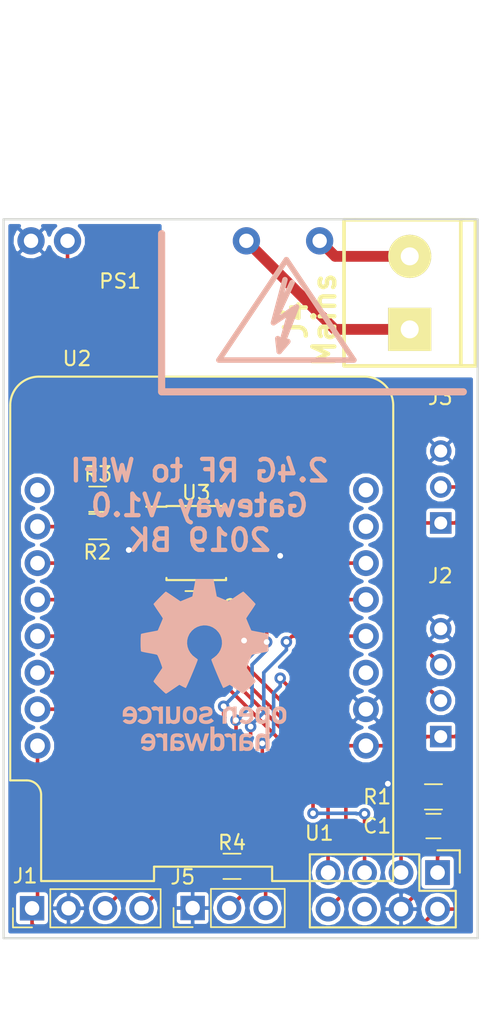
<source format=kicad_pcb>
(kicad_pcb (version 20171130) (host pcbnew 5.0.2-bee76a0~70~ubuntu16.04.1)

  (general
    (thickness 1.6)
    (drawings 7)
    (tracks 187)
    (zones 0)
    (modules 17)
    (nets 25)
  )

  (page A4)
  (layers
    (0 F.Cu signal)
    (31 B.Cu signal)
    (32 B.Adhes user)
    (33 F.Adhes user)
    (34 B.Paste user)
    (35 F.Paste user)
    (36 B.SilkS user)
    (37 F.SilkS user)
    (38 B.Mask user)
    (39 F.Mask user)
    (40 Dwgs.User user)
    (41 Cmts.User user)
    (42 Eco1.User user)
    (43 Eco2.User user)
    (44 Edge.Cuts user)
    (45 Margin user)
    (46 B.CrtYd user)
    (47 F.CrtYd user)
    (48 B.Fab user)
    (49 F.Fab user)
  )

  (setup
    (last_trace_width 0.25)
    (trace_clearance 0.2)
    (zone_clearance 0.255)
    (zone_45_only no)
    (trace_min 0.2)
    (segment_width 0.2)
    (edge_width 0.15)
    (via_size 0.8)
    (via_drill 0.4)
    (via_min_size 0.4)
    (via_min_drill 0.3)
    (uvia_size 0.3)
    (uvia_drill 0.1)
    (uvias_allowed no)
    (uvia_min_size 0.2)
    (uvia_min_drill 0.1)
    (pcb_text_width 0.3)
    (pcb_text_size 1.5 1.5)
    (mod_edge_width 0.15)
    (mod_text_size 1 1)
    (mod_text_width 0.15)
    (pad_size 1.524 1.524)
    (pad_drill 0.762)
    (pad_to_mask_clearance 0.051)
    (solder_mask_min_width 0.25)
    (aux_axis_origin 0 0)
    (visible_elements FFFFFF7F)
    (pcbplotparams
      (layerselection 0x010f0_ffffffff)
      (usegerberextensions true)
      (usegerberattributes false)
      (usegerberadvancedattributes false)
      (creategerberjobfile false)
      (excludeedgelayer true)
      (linewidth 0.100000)
      (plotframeref false)
      (viasonmask false)
      (mode 1)
      (useauxorigin false)
      (hpglpennumber 1)
      (hpglpenspeed 20)
      (hpglpendiameter 15.000000)
      (psnegative false)
      (psa4output false)
      (plotreference true)
      (plotvalue false)
      (plotinvisibletext false)
      (padsonsilk false)
      (subtractmaskfromsilk true)
      (outputformat 1)
      (mirror false)
      (drillshape 0)
      (scaleselection 1)
      (outputdirectory "Gerber/"))
  )

  (net 0 "")
  (net 1 "Net-(C1-Pad1)")
  (net 2 GND)
  (net 3 +3V3)
  (net 4 /SCL)
  (net 5 /SDA)
  (net 6 /B)
  (net 7 /A)
  (net 8 +5V)
  (net 9 "Net-(J3-Pad2)")
  (net 10 /N)
  (net 11 /L)
  (net 12 /AIRQ)
  (net 13 /MISO)
  (net 14 /MOSI)
  (net 15 "Net-(U1-Pad6)")
  (net 16 /SS)
  (net 17 /SCK)
  (net 18 "Net-(U2-Pad3)")
  (net 19 /LED)
  (net 20 "Net-(U2-Pad7)")
  (net 21 "Net-(U2-Pad9)")
  (net 22 "Net-(U2-Pad8)")
  (net 23 "Net-(U3-Pad1)")
  (net 24 /Temp)

  (net_class Default "This is the default net class."
    (clearance 0.2)
    (trace_width 0.25)
    (via_dia 0.8)
    (via_drill 0.4)
    (uvia_dia 0.3)
    (uvia_drill 0.1)
    (add_net +3V3)
    (add_net +5V)
    (add_net /A)
    (add_net /AIRQ)
    (add_net /B)
    (add_net /L)
    (add_net /LED)
    (add_net /MISO)
    (add_net /MOSI)
    (add_net /N)
    (add_net /SCK)
    (add_net /SCL)
    (add_net /SDA)
    (add_net /SS)
    (add_net /Temp)
    (add_net GND)
    (add_net "Net-(C1-Pad1)")
    (add_net "Net-(J3-Pad2)")
    (add_net "Net-(U1-Pad6)")
    (add_net "Net-(U2-Pad3)")
    (add_net "Net-(U2-Pad7)")
    (add_net "Net-(U2-Pad8)")
    (add_net "Net-(U2-Pad9)")
    (add_net "Net-(U3-Pad1)")
  )

  (module Shutter_RF:XY-WB_LT8920_Nosilk (layer F.Cu) (tedit 5DE27131) (tstamp 5E03DD21)
    (at 126.365 145.504 180)
    (descr XY-WB-LT8920)
    (tags "2.4GHz Transceiver")
    (path /5DE47635)
    (fp_text reference U1 (at 4.394 2.8066 180) (layer F.SilkS)
      (effects (font (size 1 1) (thickness 0.15)))
    )
    (fp_text value LT8920_Mini (at -0.035 -5.496 180) (layer F.Fab)
      (effects (font (size 1 1) (thickness 0.15)))
    )
    (fp_circle (center -5.4 -9.4) (end -5.039445 -9.4) (layer F.CrtYd) (width 0.15))
    (fp_line (start -6.3 -10.4) (end 6.3 -10.4) (layer F.CrtYd) (width 0.15))
    (fp_line (start 6.3 2) (end 6.3 -10.4) (layer F.CrtYd) (width 0.15))
    (fp_line (start -6.3 2) (end -6.3 -10.4) (layer F.CrtYd) (width 0.15))
    (fp_line (start 6.3 2) (end -6.3 2) (layer F.CrtYd) (width 0.15))
    (fp_line (start -5.591 1.818) (end 5.559 1.818) (layer F.CrtYd) (width 0.05))
    (fp_line (start -5.591 -4.232) (end 5.559 -4.232) (layer F.CrtYd) (width 0.05))
    (fp_line (start -5.591 1.818) (end -5.591 -4.232) (layer F.CrtYd) (width 0.05))
    (fp_line (start 5.559 1.818) (end 5.559 -4.232) (layer F.CrtYd) (width 0.05))
    (fp_line (start -2.571 1.338) (end 5.049 1.338) (layer F.SilkS) (width 0.15))
    (fp_line (start 5.049 1.338) (end 5.049 -3.742) (layer F.SilkS) (width 0.15))
    (fp_line (start 5.049 -3.742) (end -5.111 -3.742) (layer F.SilkS) (width 0.15))
    (fp_line (start -5.111 -3.742) (end -5.111 -1.202) (layer F.SilkS) (width 0.15))
    (fp_line (start -5.391 0.068) (end -5.391 1.618) (layer F.SilkS) (width 0.15))
    (fp_line (start -5.111 -1.202) (end -2.571 -1.202) (layer F.SilkS) (width 0.15))
    (fp_line (start -2.571 -1.202) (end -2.571 1.338) (layer F.SilkS) (width 0.15))
    (fp_line (start -5.391 1.618) (end -3.841 1.618) (layer F.SilkS) (width 0.15))
    (pad 1 thru_hole rect (at -3.841 0.068 270) (size 1.7272 1.7272) (drill 1.016) (layers *.Cu *.Mask)
      (net 1 "Net-(C1-Pad1)"))
    (pad 8 thru_hole oval (at -3.841 -2.472 270) (size 1.7272 1.7272) (drill 1.016) (layers *.Cu *.Mask)
      (net 3 +3V3))
    (pad 2 thru_hole oval (at -1.301 0.068 270) (size 1.7272 1.7272) (drill 1.016) (layers *.Cu *.Mask)
      (net 17 /SCK))
    (pad 7 thru_hole oval (at -1.301 -2.472 270) (size 1.7272 1.7272) (drill 1.016) (layers *.Cu *.Mask)
      (net 2 GND))
    (pad 3 thru_hole oval (at 1.239 0.068 270) (size 1.7272 1.7272) (drill 1.016) (layers *.Cu *.Mask)
      (net 16 /SS))
    (pad 6 thru_hole oval (at 1.239 -2.472 270) (size 1.7272 1.7272) (drill 1.016) (layers *.Cu *.Mask)
      (net 15 "Net-(U1-Pad6)"))
    (pad 4 thru_hole oval (at 3.779 0.068 270) (size 1.7272 1.7272) (drill 1.016) (layers *.Cu *.Mask)
      (net 14 /MOSI))
    (pad 5 thru_hole oval (at 3.779 -2.472 270) (size 1.7272 1.7272) (drill 1.016) (layers *.Cu *.Mask)
      (net 13 /MISO))
  )

  (module KiCad/Housings_SOIC.pretty:SOIC-8_3.9x4.9mm_Pitch1.27mm (layer F.Cu) (tedit 58CD0CDA) (tstamp 5E03DC60)
    (at 113.411 122.517)
    (descr "8-Lead Plastic Small Outline (SN) - Narrow, 3.90 mm Body [SOIC] (see Microchip Packaging Specification 00000049BS.pdf)")
    (tags "SOIC 1.27")
    (path /5DE4D822)
    (attr smd)
    (fp_text reference U3 (at 0 -3.5) (layer F.SilkS)
      (effects (font (size 1 1) (thickness 0.15)))
    )
    (fp_text value MAX485 (at 3.989 -3.517) (layer F.Fab)
      (effects (font (size 1 1) (thickness 0.15)))
    )
    (fp_line (start -2.075 -2.525) (end -3.475 -2.525) (layer F.SilkS) (width 0.15))
    (fp_line (start -2.075 2.575) (end 2.075 2.575) (layer F.SilkS) (width 0.15))
    (fp_line (start -2.075 -2.575) (end 2.075 -2.575) (layer F.SilkS) (width 0.15))
    (fp_line (start -2.075 2.575) (end -2.075 2.43) (layer F.SilkS) (width 0.15))
    (fp_line (start 2.075 2.575) (end 2.075 2.43) (layer F.SilkS) (width 0.15))
    (fp_line (start 2.075 -2.575) (end 2.075 -2.43) (layer F.SilkS) (width 0.15))
    (fp_line (start -2.075 -2.575) (end -2.075 -2.525) (layer F.SilkS) (width 0.15))
    (fp_line (start -3.73 2.7) (end 3.73 2.7) (layer F.CrtYd) (width 0.05))
    (fp_line (start -3.73 -2.7) (end 3.73 -2.7) (layer F.CrtYd) (width 0.05))
    (fp_line (start 3.73 -2.7) (end 3.73 2.7) (layer F.CrtYd) (width 0.05))
    (fp_line (start -3.73 -2.7) (end -3.73 2.7) (layer F.CrtYd) (width 0.05))
    (fp_line (start -1.95 -1.45) (end -0.95 -2.45) (layer F.Fab) (width 0.1))
    (fp_line (start -1.95 2.45) (end -1.95 -1.45) (layer F.Fab) (width 0.1))
    (fp_line (start 1.95 2.45) (end -1.95 2.45) (layer F.Fab) (width 0.1))
    (fp_line (start 1.95 -2.45) (end 1.95 2.45) (layer F.Fab) (width 0.1))
    (fp_line (start -0.95 -2.45) (end 1.95 -2.45) (layer F.Fab) (width 0.1))
    (fp_text user %R (at 0 -3.429) (layer F.Fab)
      (effects (font (size 1 1) (thickness 0.15)))
    )
    (pad 8 smd rect (at 2.7 -1.905) (size 1.55 0.6) (layers F.Cu F.Paste F.Mask)
      (net 8 +5V))
    (pad 7 smd rect (at 2.7 -0.635) (size 1.55 0.6) (layers F.Cu F.Paste F.Mask)
      (net 6 /B))
    (pad 6 smd rect (at 2.7 0.635) (size 1.55 0.6) (layers F.Cu F.Paste F.Mask)
      (net 7 /A))
    (pad 5 smd rect (at 2.7 1.905) (size 1.55 0.6) (layers F.Cu F.Paste F.Mask)
      (net 2 GND))
    (pad 4 smd rect (at -2.7 1.905) (size 1.55 0.6) (layers F.Cu F.Paste F.Mask)
      (net 19 /LED))
    (pad 3 smd rect (at -2.7 0.635) (size 1.55 0.6) (layers F.Cu F.Paste F.Mask)
      (net 8 +5V))
    (pad 2 smd rect (at -2.7 -0.635) (size 1.55 0.6) (layers F.Cu F.Paste F.Mask)
      (net 8 +5V))
    (pad 1 smd rect (at -2.7 -1.905) (size 1.55 0.6) (layers F.Cu F.Paste F.Mask)
      (net 23 "Net-(U3-Pad1)"))
    (model ${KISYS3DMOD}/Housings_SOIC.3dshapes/SOIC-8_3.9x4.9mm_Pitch1.27mm.wrl
      (at (xyz 0 0 0))
      (scale (xyz 1 1 1))
      (rotate (xyz 0 0 0))
    )
  )

  (module pelrun/libKiCad/footprint/w_conn_screw.pretty:mors_2p (layer F.Cu) (tedit 0) (tstamp 5E03DC4F)
    (at 128.27 105.118 90)
    (descr "Terminal block 2 pins")
    (tags DEV)
    (path /5DE74E9C)
    (fp_text reference J4 (at -1.8796 -7.9248 90) (layer F.SilkS)
      (effects (font (size 1.524 1.524) (thickness 0.3048)))
    )
    (fp_text value Mains (at -1.8796 -5.9436 90) (layer F.SilkS)
      (effects (font (size 1.524 1.524) (thickness 0.3048)))
    )
    (fp_line (start -5.08 -3.81) (end -5.08 3.81) (layer F.SilkS) (width 0.254))
    (fp_line (start 5.08 3.81) (end 5.08 -3.81) (layer F.SilkS) (width 0.254))
    (fp_line (start 5.08 3.556) (end 5.08 4.572) (layer F.SilkS) (width 0.254))
    (fp_line (start -5.08 3.556) (end 5.08 3.556) (layer F.SilkS) (width 0.254))
    (fp_line (start -5.08 4.572) (end -5.08 3.556) (layer F.SilkS) (width 0.254))
    (fp_line (start 5.08 4.572) (end -5.08 4.572) (layer F.SilkS) (width 0.254))
    (fp_line (start -5.08 -4.572) (end -5.08 -3.81) (layer F.SilkS) (width 0.254))
    (fp_line (start 5.08 -4.572) (end -5.08 -4.572) (layer F.SilkS) (width 0.254))
    (fp_line (start 5.08 -3.81) (end 5.08 -4.572) (layer F.SilkS) (width 0.254))
    (pad 2 thru_hole circle (at 2.54 0 90) (size 2.99974 2.99974) (drill 1.24968) (layers *.Cu *.Mask F.SilkS)
      (net 11 /L))
    (pad 1 thru_hole rect (at -2.54 0 90) (size 2.99974 2.99974) (drill 1.24968) (layers *.Cu *.Mask F.SilkS)
      (net 10 /N))
    (model ${LIBKICAD}/3d/conn_screw/mors_2p.wrl
      (at (xyz 0 0 0))
      (scale (xyz 1 1 1))
      (rotate (xyz 0 0 0))
    )
  )

  (module KiCad/Capacitors_SMD.pretty:C_0805 (layer F.Cu) (tedit 58AA8463) (tstamp 5E03DC3B)
    (at 129.921 142.202 180)
    (descr "Capacitor SMD 0805, reflow soldering, AVX (see smccp.pdf)")
    (tags "capacitor 0805")
    (path /5DE480BF)
    (attr smd)
    (fp_text reference C1 (at 3.921 0.002 180) (layer F.SilkS)
      (effects (font (size 1 1) (thickness 0.15)))
    )
    (fp_text value 100n (at 6.721 0.002 180) (layer F.Fab)
      (effects (font (size 1 1) (thickness 0.15)))
    )
    (fp_line (start 1.75 0.87) (end -1.75 0.87) (layer F.CrtYd) (width 0.05))
    (fp_line (start 1.75 0.87) (end 1.75 -0.88) (layer F.CrtYd) (width 0.05))
    (fp_line (start -1.75 -0.88) (end -1.75 0.87) (layer F.CrtYd) (width 0.05))
    (fp_line (start -1.75 -0.88) (end 1.75 -0.88) (layer F.CrtYd) (width 0.05))
    (fp_line (start -0.5 0.85) (end 0.5 0.85) (layer F.SilkS) (width 0.12))
    (fp_line (start 0.5 -0.85) (end -0.5 -0.85) (layer F.SilkS) (width 0.12))
    (fp_line (start -1 -0.62) (end 1 -0.62) (layer F.Fab) (width 0.1))
    (fp_line (start 1 -0.62) (end 1 0.62) (layer F.Fab) (width 0.1))
    (fp_line (start 1 0.62) (end -1 0.62) (layer F.Fab) (width 0.1))
    (fp_line (start -1 0.62) (end -1 -0.62) (layer F.Fab) (width 0.1))
    (fp_text user %R (at 3.921 0.002 180) (layer F.Fab)
      (effects (font (size 1 1) (thickness 0.15)))
    )
    (pad 2 smd rect (at 1 0 180) (size 1 1.25) (layers F.Cu F.Paste F.Mask)
      (net 2 GND))
    (pad 1 smd rect (at -1 0 180) (size 1 1.25) (layers F.Cu F.Paste F.Mask)
      (net 1 "Net-(C1-Pad1)"))
    (model Capacitors_SMD.3dshapes/C_0805.wrl
      (at (xyz 0 0 0))
      (scale (xyz 1 1 1))
      (rotate (xyz 0 0 0))
    )
  )

  (module Shutter_RF:JST_B4B-XH-A_Nosilk (layer F.Cu) (tedit 5DE2705B) (tstamp 5E03DBFA)
    (at 130.429 135.979 90)
    (descr "JST XH series connector, JST_B4B-XH-A")
    (tags "connector jst xh")
    (path /5DE518D4)
    (fp_text reference J2 (at 11.179 -0.029 180) (layer F.SilkS)
      (effects (font (size 1 1) (thickness 0.15)))
    )
    (fp_text value LED (at 3.779 -2.029 90) (layer F.Fab)
      (effects (font (size 1 1) (thickness 0.15)))
    )
    (fp_line (start -2.95 -2.85) (end 10.45 -2.85) (layer F.CrtYd) (width 0.05))
    (fp_line (start -2.95 3.9) (end 10.45 3.9) (layer F.CrtYd) (width 0.05))
    (fp_line (start -2.95 -2.85) (end -2.95 3.9) (layer F.CrtYd) (width 0.05))
    (fp_line (start 10.45 -2.85) (end 10.45 3.9) (layer F.CrtYd) (width 0.05))
    (pad 1 thru_hole rect (at 0 0 90) (size 1.5 1.5) (drill 0.9) (layers *.Cu *.Mask)
      (net 8 +5V))
    (pad 2 thru_hole circle (at 2.5 0 90) (size 1.5 1.5) (drill 0.9) (layers *.Cu *.Mask)
      (net 7 /A))
    (pad 3 thru_hole circle (at 5 0 90) (size 1.5 1.5) (drill 0.9) (layers *.Cu *.Mask)
      (net 6 /B))
    (pad 4 thru_hole circle (at 7.5 0 90) (size 1.5 1.5) (drill 0.9) (layers *.Cu *.Mask)
      (net 2 GND))
    (model ../../../../../home/balazs/Dev/Heat_Ctrl/Heater_Ctrl.pretty/3D_Shapes/JST_B4B-XH-A.wrl
      (at (xyz 0 0 0))
      (scale (xyz 0.3937 0.3937 0.3937))
      (rotate (xyz 0 0 0))
    )
  )

  (module Shutter_RF:Symbol_HighVoltage_Type2_VerySmall (layer F.Cu) (tedit 5DE271EA) (tstamp 5E03DBE7)
    (at 119.6848 106.9976)
    (descr "Symbol, High Voltage, Type 2, Copper Top, Very Small,")
    (tags "Symbol, High Voltage, Type 2, Copper Top, Very Small,")
    (attr virtual)
    (fp_text reference REF** (at -0.127 -5.715) (layer F.SilkS) hide
      (effects (font (size 1 1) (thickness 0.15)))
    )
    (fp_text value Symbol_HighVoltage_Type2_VerySmall (at -0.381 4.572) (layer F.Fab) hide
      (effects (font (size 1 1) (thickness 0.15)))
    )
    (fp_line (start -4.699 2.794) (end 0 -4.191) (layer B.SilkS) (width 0.381))
    (fp_line (start 4.699 2.794) (end -4.699 2.794) (layer B.SilkS) (width 0.381))
    (fp_line (start 0 -4.191) (end 4.699 2.794) (layer B.SilkS) (width 0.381))
    (fp_line (start -0.49784 2.19964) (end -0.59944 1.30048) (layer B.SilkS) (width 0.381))
    (fp_line (start 0.29972 -0.59944) (end -0.49784 2.19964) (layer B.SilkS) (width 0.381))
    (fp_line (start -0.89916 0.20066) (end 0.29972 -0.59944) (layer B.SilkS) (width 0.381))
    (fp_line (start -0.09906 -2.79908) (end -0.89916 0.20066) (layer B.SilkS) (width 0.381))
    (fp_line (start -0.49784 2.19964) (end 0.1016 1.50114) (layer B.SilkS) (width 0.381))
    (fp_line (start -0.89916 0.20066) (end 0.40132 -2.60096) (layer B.SilkS) (width 0.381))
    (fp_line (start 0.70104 -0.89916) (end 0.1016 -0.50038) (layer B.SilkS) (width 0.381))
    (fp_line (start -0.49784 2.19964) (end 0.70104 -0.89916) (layer B.SilkS) (width 0.381))
  )

  (module Shutter_RF:JST_B3B-XH-A_Nosilk (layer F.Cu) (tedit 5DE2709D) (tstamp 5E03DBBE)
    (at 130.429 121.12 90)
    (descr "JST XH series connector, JST_B3B-XH-A")
    (tags "connector jst xh")
    (path /5DE6559D)
    (fp_text reference J3 (at 8.72 -0.029 180) (layer F.SilkS)
      (effects (font (size 1 1) (thickness 0.15)))
    )
    (fp_text value MQ135 (at 2.72 -2.029 90) (layer F.Fab)
      (effects (font (size 1 1) (thickness 0.15)))
    )
    (fp_line (start -2.95 -2.85) (end 7.95 -2.85) (layer F.CrtYd) (width 0.05))
    (fp_line (start -2.95 3.9) (end 7.95 3.9) (layer F.CrtYd) (width 0.05))
    (fp_line (start -2.95 -2.85) (end -2.95 3.9) (layer F.CrtYd) (width 0.05))
    (fp_line (start 7.95 -2.85) (end 7.95 3.9) (layer F.CrtYd) (width 0.05))
    (pad 1 thru_hole rect (at 0 0 90) (size 1.5 1.5) (drill 0.9) (layers *.Cu *.Mask)
      (net 8 +5V))
    (pad 2 thru_hole circle (at 2.5 0 90) (size 1.5 1.5) (drill 0.9) (layers *.Cu *.Mask)
      (net 9 "Net-(J3-Pad2)"))
    (pad 3 thru_hole circle (at 5 0 90) (size 1.5 1.5) (drill 0.9) (layers *.Cu *.Mask)
      (net 2 GND))
    (model ../../../../../home/balazs/Dev/Heat_Ctrl/Heater_Ctrl.pretty/3D_Shapes/JST_B3B-XH-A.wrl
      (at (xyz 0 0 0))
      (scale (xyz 0.3937 0.3937 0.3937))
      (rotate (xyz 0 0 0))
    )
  )

  (module KiCad/Resistors_SMD.pretty:R_0805 (layer F.Cu) (tedit 58E0A804) (tstamp 5E03DB91)
    (at 129.921 140.17)
    (descr "Resistor SMD 0805, reflow soldering, Vishay (see dcrcw.pdf)")
    (tags "resistor 0805")
    (path /5DE48154)
    (attr smd)
    (fp_text reference R1 (at -3.921 0) (layer F.SilkS)
      (effects (font (size 1 1) (thickness 0.15)))
    )
    (fp_text value 10K (at -6.321 0.03) (layer F.Fab)
      (effects (font (size 1 1) (thickness 0.15)))
    )
    (fp_line (start 1.55 0.9) (end -1.55 0.9) (layer F.CrtYd) (width 0.05))
    (fp_line (start 1.55 0.9) (end 1.55 -0.9) (layer F.CrtYd) (width 0.05))
    (fp_line (start -1.55 -0.9) (end -1.55 0.9) (layer F.CrtYd) (width 0.05))
    (fp_line (start -1.55 -0.9) (end 1.55 -0.9) (layer F.CrtYd) (width 0.05))
    (fp_line (start -0.6 -0.88) (end 0.6 -0.88) (layer F.SilkS) (width 0.12))
    (fp_line (start 0.6 0.88) (end -0.6 0.88) (layer F.SilkS) (width 0.12))
    (fp_line (start -1 -0.62) (end 1 -0.62) (layer F.Fab) (width 0.1))
    (fp_line (start 1 -0.62) (end 1 0.62) (layer F.Fab) (width 0.1))
    (fp_line (start 1 0.62) (end -1 0.62) (layer F.Fab) (width 0.1))
    (fp_line (start -1 0.62) (end -1 -0.62) (layer F.Fab) (width 0.1))
    (fp_text user %R (at 0 0) (layer F.Fab)
      (effects (font (size 0.5 0.5) (thickness 0.075)))
    )
    (pad 2 smd rect (at 0.95 0) (size 0.7 1.3) (layers F.Cu F.Paste F.Mask)
      (net 1 "Net-(C1-Pad1)"))
    (pad 1 smd rect (at -0.95 0) (size 0.7 1.3) (layers F.Cu F.Paste F.Mask)
      (net 3 +3V3))
    (model ${KISYS3DMOD}/Resistors_SMD.3dshapes/R_0805.wrl
      (at (xyz 0 0 0))
      (scale (xyz 1 1 1))
      (rotate (xyz 0 0 0))
    )
  )

  (module wemos-d1-mini:wemos-d1-mini-with-pin-header-and-connector (layer F.Cu) (tedit 58B56593) (tstamp 5E03DB66)
    (at 113.792 127.724 90)
    (path /5DE2607A)
    (fp_text reference U2 (at 18.034 -8.6868 180) (layer F.SilkS)
      (effects (font (size 1 1) (thickness 0.15)))
    )
    (fp_text value WeMos_mini (at 15.924 0.408 180) (layer F.Fab)
      (effects (font (size 1 1) (thickness 0.15)))
    )
    (fp_arc (start -12.48 -12.33) (end -11.48 -12.33) (angle 90) (layer F.CrtYd) (width 0.05))
    (fp_line (start -18.46 -11.33) (end -12.48 -11.33) (layer F.CrtYd) (width 0.05))
    (fp_line (start -11.48 -13.5) (end -11.48 -12.33) (layer F.CrtYd) (width 0.05))
    (fp_line (start -11.3 -13.33) (end -11.3 -13.33) (layer F.SilkS) (width 0.15))
    (fp_line (start -11.3 -12.17) (end -11.3 -13.33) (layer F.SilkS) (width 0.15))
    (fp_arc (start -12.3 -12.18) (end -11.3 -12.18) (angle 90) (layer F.SilkS) (width 0.15))
    (fp_line (start -18.3 -11.18) (end -12.3 -11.18) (layer F.SilkS) (width 0.15))
    (fp_arc (start 14.94 -11.5) (end 14.85 -13.5) (angle 92.57657183) (layer F.CrtYd) (width 0.05))
    (fp_arc (start 14.94 11.5) (end 16.94 11.5) (angle 90) (layer F.CrtYd) (width 0.05))
    (fp_arc (start 14.78 11.33) (end 16.78 11.33) (angle 90) (layer F.SilkS) (width 0.15))
    (fp_arc (start 14.78 -11.33) (end 14.78 -13.33) (angle 90) (layer F.SilkS) (width 0.15))
    (fp_line (start -18.46 13.5) (end -18.46 -11.33) (layer F.CrtYd) (width 0.05))
    (fp_line (start 14.94 13.5) (end -18.46 13.5) (layer F.CrtYd) (width 0.05))
    (fp_line (start 16.94 -11.5) (end 16.94 11.5) (layer F.CrtYd) (width 0.05))
    (fp_line (start -11.48 -13.5) (end 14.85 -13.5) (layer F.CrtYd) (width 0.05))
    (fp_line (start -18.3 4.9) (end -18.3 13.329999) (layer F.SilkS) (width 0.15))
    (fp_line (start -17.3 4.9) (end -18.3 4.9) (layer F.SilkS) (width 0.15))
    (fp_line (start -17.3 -3.32) (end -17.3 4.9) (layer F.SilkS) (width 0.15))
    (fp_line (start -18.3 -3.32) (end -17.3 -3.32) (layer F.SilkS) (width 0.15))
    (fp_line (start -18.3 -11.18) (end -18.3 -3.32) (layer F.SilkS) (width 0.15))
    (fp_line (start 14.78 -13.33) (end -11.3 -13.33) (layer F.SilkS) (width 0.15))
    (fp_line (start 16.78 11.33) (end 16.78 -11.33) (layer F.SilkS) (width 0.15))
    (fp_line (start -18.3 13.33) (end 14.78 13.33) (layer F.SilkS) (width 0.15))
    (pad 8 thru_hole circle (at 8.89 11.43 90) (size 1.8 1.8) (drill 1.016) (layers *.Cu *.Mask)
      (net 22 "Net-(U2-Pad8)"))
    (pad 9 thru_hole circle (at 8.89 -11.43 90) (size 1.8 1.8) (drill 1.016) (layers *.Cu *.Mask)
      (net 21 "Net-(U2-Pad9)"))
    (pad 7 thru_hole circle (at 6.35 11.43 90) (size 1.8 1.8) (drill 1.016) (layers *.Cu *.Mask)
      (net 20 "Net-(U2-Pad7)"))
    (pad 10 thru_hole circle (at 6.35 -11.43 90) (size 1.8 1.8) (drill 1.016) (layers *.Cu *.Mask)
      (net 12 /AIRQ))
    (pad 6 thru_hole circle (at 3.81 11.43 90) (size 1.8 1.8) (drill 1.016) (layers *.Cu *.Mask)
      (net 4 /SCL))
    (pad 11 thru_hole circle (at 3.81 -11.43 90) (size 1.8 1.8) (drill 1.016) (layers *.Cu *.Mask)
      (net 19 /LED))
    (pad 5 thru_hole circle (at 1.27 11.43 90) (size 1.8 1.8) (drill 1.016) (layers *.Cu *.Mask)
      (net 5 /SDA))
    (pad 12 thru_hole circle (at 1.27 -11.43 90) (size 1.8 1.8) (drill 1.016) (layers *.Cu *.Mask)
      (net 17 /SCK))
    (pad 4 thru_hole circle (at -1.27 11.43 90) (size 1.8 1.8) (drill 1.016) (layers *.Cu *.Mask)
      (net 24 /Temp))
    (pad 13 thru_hole circle (at -1.27 -11.43 90) (size 1.8 1.8) (drill 1.016) (layers *.Cu *.Mask)
      (net 13 /MISO))
    (pad 3 thru_hole circle (at -3.81 11.43 90) (size 1.8 1.8) (drill 1.016) (layers *.Cu *.Mask)
      (net 18 "Net-(U2-Pad3)"))
    (pad 14 thru_hole circle (at -3.81 -11.43 90) (size 1.8 1.8) (drill 1.016) (layers *.Cu *.Mask)
      (net 14 /MOSI))
    (pad 2 thru_hole circle (at -6.35 11.43 90) (size 1.8 1.8) (drill 1.016) (layers *.Cu *.Mask)
      (net 2 GND))
    (pad 15 thru_hole circle (at -6.35 -11.43 90) (size 1.8 1.8) (drill 1.016) (layers *.Cu *.Mask)
      (net 16 /SS))
    (pad 1 thru_hole circle (at -8.89 11.43 90) (size 1.8 1.8) (drill 1.016) (layers *.Cu *.Mask)
      (net 8 +5V))
    (pad 16 thru_hole circle (at -8.89 -11.43 90) (size 1.8 1.8) (drill 1.016) (layers *.Cu *.Mask)
      (net 3 +3V3))
    (model "/home/balazs/Documents/Kicad_Libs/wemos d1/wemos-d1-mini-kicad-master/3dshapes/wemos_d1_mini.3dshapes/d1_mini_shield.wrl"
      (offset (xyz -17.89999973116897 -12.79999980776329 8.39999987384466))
      (scale (xyz 0.3937 0.3937 0.3937))
      (rotate (xyz 0 180 90))
    )
    (model "/home/balazs/Documents/Kicad_Libs/wemos d1/wemos-d1-mini-kicad-master/3dshapes/wemos_d1_mini.3dshapes/SLW-108-01-G-S.wrl"
      (offset (xyz 0 -11.39999982878918 0))
      (scale (xyz 0.3937 0.3937 0.3937))
      (rotate (xyz -90 0 0))
    )
    (model "/home/balazs/Documents/Kicad_Libs/wemos d1/wemos-d1-mini-kicad-master/3dshapes/wemos_d1_mini.3dshapes/SLW-108-01-G-S.wrl"
      (offset (xyz 0 11.39999982878918 0))
      (scale (xyz 0.3937 0.3937 0.3937))
      (rotate (xyz -90 0 0))
    )
    (model "/home/balazs/Documents/Kicad_Libs/wemos d1/wemos-d1-mini-kicad-master/3dshapes/wemos_d1_mini.3dshapes/TSW-108-05-G-S.wrl"
      (offset (xyz 0 -11.39999982878918 7.299999890364999))
      (scale (xyz 0.3937 0.3937 0.3937))
      (rotate (xyz 90 0 0))
    )
    (model "/home/balazs/Documents/Kicad_Libs/wemos d1/wemos-d1-mini-kicad-master/3dshapes/wemos_d1_mini.3dshapes/TSW-108-05-G-S.wrl"
      (offset (xyz 0 11.39999982878918 7.299999890364999))
      (scale (xyz 0.3937 0.3937 0.3937))
      (rotate (xyz 90 0 0))
    )
  )

  (module KiCad/kicad-footprints/Symbol.pretty:OSHW-Logo_11.4x12mm_SilkScreen (layer B.Cu) (tedit 0) (tstamp 5E03DB4F)
    (at 114 131 180)
    (descr "Open Source Hardware Logo")
    (tags "Logo OSHW")
    (attr virtual)
    (fp_text reference REF** (at 0 0 180) (layer B.SilkS) hide
      (effects (font (size 1 1) (thickness 0.15)) (justify mirror))
    )
    (fp_text value OSHW-Logo_11.4x12mm_SilkScreen (at 0.75 0 180) (layer B.Fab) hide
      (effects (font (size 1 1) (thickness 0.15)) (justify mirror))
    )
    (fp_poly (pts (xy -3.780091 -2.90956) (xy -3.727588 -2.935499) (xy -3.662842 -2.9807) (xy -3.615653 -3.029991)
      (xy -3.583335 -3.091885) (xy -3.563203 -3.174896) (xy -3.55257 -3.287538) (xy -3.548753 -3.438324)
      (xy -3.54853 -3.503149) (xy -3.549182 -3.645221) (xy -3.551888 -3.746757) (xy -3.557776 -3.817015)
      (xy -3.567973 -3.865256) (xy -3.583606 -3.900738) (xy -3.599872 -3.924943) (xy -3.703705 -4.027929)
      (xy -3.825979 -4.089874) (xy -3.957886 -4.108506) (xy -4.090616 -4.081549) (xy -4.132667 -4.062486)
      (xy -4.233334 -4.010015) (xy -4.233334 -4.832259) (xy -4.159865 -4.794267) (xy -4.063059 -4.764872)
      (xy -3.944072 -4.757342) (xy -3.825255 -4.771245) (xy -3.735527 -4.802476) (xy -3.661101 -4.861954)
      (xy -3.59751 -4.947066) (xy -3.592729 -4.955805) (xy -3.572563 -4.996966) (xy -3.557835 -5.038454)
      (xy -3.547697 -5.088713) (xy -3.541301 -5.156184) (xy -3.537799 -5.249309) (xy -3.536342 -5.376531)
      (xy -3.536079 -5.519701) (xy -3.536079 -5.976471) (xy -3.81 -5.976471) (xy -3.81 -5.134231)
      (xy -3.886617 -5.069763) (xy -3.966207 -5.018194) (xy -4.041578 -5.008818) (xy -4.117367 -5.032947)
      (xy -4.157759 -5.056574) (xy -4.187821 -5.090227) (xy -4.209203 -5.141087) (xy -4.22355 -5.216334)
      (xy -4.23251 -5.323146) (xy -4.23773 -5.468704) (xy -4.239569 -5.565588) (xy -4.245785 -5.96402)
      (xy -4.37652 -5.971547) (xy -4.507255 -5.979073) (xy -4.507255 -3.506582) (xy -4.233334 -3.506582)
      (xy -4.22635 -3.644423) (xy -4.202818 -3.740107) (xy -4.158865 -3.799641) (xy -4.090618 -3.829029)
      (xy -4.021667 -3.834902) (xy -3.943614 -3.828154) (xy -3.891811 -3.801594) (xy -3.859417 -3.766499)
      (xy -3.833916 -3.728752) (xy -3.818735 -3.6867) (xy -3.811981 -3.627779) (xy -3.811759 -3.539428)
      (xy -3.814032 -3.465448) (xy -3.819251 -3.354) (xy -3.827021 -3.280833) (xy -3.840105 -3.234422)
      (xy -3.861268 -3.203244) (xy -3.88124 -3.185223) (xy -3.964686 -3.145925) (xy -4.063449 -3.139579)
      (xy -4.120159 -3.153116) (xy -4.176308 -3.201233) (xy -4.213501 -3.294833) (xy -4.231528 -3.433254)
      (xy -4.233334 -3.506582) (xy -4.507255 -3.506582) (xy -4.507255 -2.888628) (xy -4.370295 -2.888628)
      (xy -4.288065 -2.891879) (xy -4.24564 -2.903426) (xy -4.233339 -2.925952) (xy -4.233334 -2.92662)
      (xy -4.227626 -2.948681) (xy -4.202453 -2.946176) (xy -4.152402 -2.921935) (xy -4.035781 -2.884851)
      (xy -3.904571 -2.880953) (xy -3.780091 -2.90956)) (layer B.SilkS) (width 0.01))
    (fp_poly (pts (xy -2.74128 -4.765922) (xy -2.62413 -4.79718) (xy -2.534949 -4.853837) (xy -2.472016 -4.928045)
      (xy -2.452452 -4.959716) (xy -2.438008 -4.992891) (xy -2.427911 -5.035329) (xy -2.421385 -5.094788)
      (xy -2.417658 -5.179029) (xy -2.415954 -5.29581) (xy -2.4155 -5.45289) (xy -2.415491 -5.494565)
      (xy -2.415491 -5.976471) (xy -2.53502 -5.976471) (xy -2.611261 -5.971131) (xy -2.667634 -5.957604)
      (xy -2.681758 -5.949262) (xy -2.72037 -5.934864) (xy -2.759808 -5.949262) (xy -2.824738 -5.967237)
      (xy -2.919055 -5.974472) (xy -3.023593 -5.971333) (xy -3.119189 -5.958186) (xy -3.175 -5.941318)
      (xy -3.283002 -5.871986) (xy -3.350497 -5.775772) (xy -3.380841 -5.647844) (xy -3.381123 -5.644559)
      (xy -3.37846 -5.587808) (xy -3.137647 -5.587808) (xy -3.116595 -5.652358) (xy -3.082303 -5.688686)
      (xy -3.013468 -5.716162) (xy -2.92261 -5.727129) (xy -2.829958 -5.721731) (xy -2.755744 -5.70011)
      (xy -2.734951 -5.686239) (xy -2.698619 -5.622143) (xy -2.689412 -5.549278) (xy -2.689412 -5.45353)
      (xy -2.827173 -5.45353) (xy -2.958047 -5.463605) (xy -3.057259 -5.492148) (xy -3.118977 -5.536639)
      (xy -3.137647 -5.587808) (xy -3.37846 -5.587808) (xy -3.374564 -5.50479) (xy -3.328466 -5.394282)
      (xy -3.2418 -5.310712) (xy -3.229821 -5.30311) (xy -3.178345 -5.278357) (xy -3.114632 -5.263368)
      (xy -3.025565 -5.256082) (xy -2.919755 -5.254407) (xy -2.689412 -5.254314) (xy -2.689412 -5.157755)
      (xy -2.699183 -5.082836) (xy -2.724116 -5.032644) (xy -2.727035 -5.029972) (xy -2.782519 -5.008015)
      (xy -2.866273 -4.999505) (xy -2.958833 -5.003687) (xy -3.04073 -5.019809) (xy -3.089327 -5.04399)
      (xy -3.115659 -5.063359) (xy -3.143465 -5.067057) (xy -3.181839 -5.051188) (xy -3.239875 -5.011855)
      (xy -3.326669 -4.945164) (xy -3.334635 -4.938916) (xy -3.330553 -4.9158) (xy -3.296499 -4.877352)
      (xy -3.24474 -4.834627) (xy -3.187545 -4.798679) (xy -3.169575 -4.790191) (xy -3.104028 -4.773252)
      (xy -3.00798 -4.76117) (xy -2.900671 -4.756323) (xy -2.895653 -4.756313) (xy -2.74128 -4.765922)) (layer B.SilkS) (width 0.01))
    (fp_poly (pts (xy -1.967236 -4.758921) (xy -1.92997 -4.770091) (xy -1.917957 -4.794633) (xy -1.917451 -4.805712)
      (xy -1.915296 -4.836572) (xy -1.900449 -4.841417) (xy -1.860343 -4.82026) (xy -1.83652 -4.805806)
      (xy -1.761362 -4.77485) (xy -1.671594 -4.759544) (xy -1.577471 -4.758367) (xy -1.489246 -4.769799)
      (xy -1.417174 -4.79232) (xy -1.371508 -4.824409) (xy -1.362502 -4.864545) (xy -1.367047 -4.875415)
      (xy -1.400179 -4.920534) (xy -1.451555 -4.976026) (xy -1.460848 -4.984996) (xy -1.509818 -5.026245)
      (xy -1.552069 -5.039572) (xy -1.611159 -5.030271) (xy -1.634831 -5.02409) (xy -1.708496 -5.009246)
      (xy -1.76029 -5.015921) (xy -1.804031 -5.039465) (xy -1.844098 -5.071061) (xy -1.873608 -5.110798)
      (xy -1.894116 -5.166252) (xy -1.907176 -5.245003) (xy -1.914344 -5.354629) (xy -1.917176 -5.502706)
      (xy -1.917451 -5.592111) (xy -1.917451 -5.976471) (xy -2.166471 -5.976471) (xy -2.166471 -4.756275)
      (xy -2.041961 -4.756275) (xy -1.967236 -4.758921)) (layer B.SilkS) (width 0.01))
    (fp_poly (pts (xy -0.398432 -5.976471) (xy -0.535393 -5.976471) (xy -0.614889 -5.97414) (xy -0.656292 -5.964488)
      (xy -0.671199 -5.943525) (xy -0.672353 -5.929351) (xy -0.674867 -5.900927) (xy -0.69072 -5.895475)
      (xy -0.732379 -5.912998) (xy -0.764776 -5.929351) (xy -0.889151 -5.968103) (xy -1.024354 -5.970346)
      (xy -1.134274 -5.941444) (xy -1.236634 -5.871619) (xy -1.31466 -5.768555) (xy -1.357386 -5.646989)
      (xy -1.358474 -5.640192) (xy -1.364822 -5.566032) (xy -1.367979 -5.45957) (xy -1.367725 -5.379052)
      (xy -1.095711 -5.379052) (xy -1.08941 -5.48607) (xy -1.075075 -5.574278) (xy -1.055669 -5.62409)
      (xy -0.982254 -5.692162) (xy -0.895086 -5.716564) (xy -0.805196 -5.696831) (xy -0.728383 -5.637968)
      (xy -0.699292 -5.598379) (xy -0.682283 -5.551138) (xy -0.674316 -5.482181) (xy -0.672353 -5.378607)
      (xy -0.675866 -5.276039) (xy -0.685143 -5.185921) (xy -0.698294 -5.125613) (xy -0.700486 -5.120208)
      (xy -0.753522 -5.05594) (xy -0.830933 -5.020656) (xy -0.917546 -5.014959) (xy -0.998193 -5.039453)
      (xy -1.057703 -5.094742) (xy -1.063876 -5.105743) (xy -1.083199 -5.172827) (xy -1.093726 -5.269284)
      (xy -1.095711 -5.379052) (xy -1.367725 -5.379052) (xy -1.367596 -5.338225) (xy -1.365806 -5.272918)
      (xy -1.353627 -5.111355) (xy -1.328315 -4.990053) (xy -1.286207 -4.900379) (xy -1.223641 -4.833699)
      (xy -1.1629 -4.794557) (xy -1.078036 -4.76704) (xy -0.972485 -4.757603) (xy -0.864402 -4.76529)
      (xy -0.771942 -4.789146) (xy -0.72309 -4.817685) (xy -0.672353 -4.863601) (xy -0.672353 -4.283137)
      (xy -0.398432 -4.283137) (xy -0.398432 -5.976471)) (layer B.SilkS) (width 0.01))
    (fp_poly (pts (xy 0.557528 -4.761332) (xy 0.656014 -4.768726) (xy 0.784776 -5.154706) (xy 0.913537 -5.540686)
      (xy 0.953911 -5.403726) (xy 0.978207 -5.319083) (xy 1.010167 -5.204697) (xy 1.044679 -5.078963)
      (xy 1.062928 -5.01152) (xy 1.131571 -4.756275) (xy 1.414773 -4.756275) (xy 1.330122 -5.023971)
      (xy 1.288435 -5.155638) (xy 1.238074 -5.314458) (xy 1.185481 -5.480128) (xy 1.13853 -5.627843)
      (xy 1.031589 -5.96402) (xy 0.800661 -5.979044) (xy 0.73805 -5.772316) (xy 0.699438 -5.643896)
      (xy 0.6573 -5.502322) (xy 0.620472 -5.377285) (xy 0.619018 -5.372309) (xy 0.591511 -5.287586)
      (xy 0.567242 -5.229778) (xy 0.550243 -5.207918) (xy 0.54675 -5.210446) (xy 0.53449 -5.244336)
      (xy 0.511195 -5.31693) (xy 0.4797 -5.419101) (xy 0.442842 -5.54172) (xy 0.422899 -5.609167)
      (xy 0.314895 -5.976471) (xy 0.085679 -5.976471) (xy -0.097561 -5.3975) (xy -0.149037 -5.235091)
      (xy -0.19593 -5.087602) (xy -0.236023 -4.96196) (xy -0.267103 -4.865095) (xy -0.286955 -4.803934)
      (xy -0.292989 -4.786065) (xy -0.288212 -4.767768) (xy -0.250703 -4.759755) (xy -0.172645 -4.760557)
      (xy -0.160426 -4.761163) (xy -0.015674 -4.768726) (xy 0.07913 -5.117353) (xy 0.113977 -5.244497)
      (xy 0.145117 -5.356265) (xy 0.169809 -5.442953) (xy 0.185312 -5.494856) (xy 0.188176 -5.503318)
      (xy 0.200046 -5.493587) (xy 0.223983 -5.443172) (xy 0.257239 -5.358935) (xy 0.297064 -5.247741)
      (xy 0.33073 -5.147297) (xy 0.459041 -4.753939) (xy 0.557528 -4.761332)) (layer B.SilkS) (width 0.01))
    (fp_poly (pts (xy 2.056459 -4.763669) (xy 2.16142 -4.789163) (xy 2.191761 -4.802669) (xy 2.250573 -4.838046)
      (xy 2.295709 -4.87789) (xy 2.329106 -4.92912) (xy 2.352701 -4.998654) (xy 2.368433 -5.093409)
      (xy 2.378239 -5.220305) (xy 2.384057 -5.386258) (xy 2.386266 -5.497108) (xy 2.394396 -5.976471)
      (xy 2.255531 -5.976471) (xy 2.171287 -5.972938) (xy 2.127884 -5.960866) (xy 2.116666 -5.940594)
      (xy 2.110744 -5.918674) (xy 2.084266 -5.922865) (xy 2.048186 -5.940441) (xy 1.957862 -5.967382)
      (xy 1.841777 -5.974642) (xy 1.71968 -5.962767) (xy 1.611321 -5.932305) (xy 1.601602 -5.928077)
      (xy 1.502568 -5.858505) (xy 1.437281 -5.761789) (xy 1.40724 -5.648738) (xy 1.409535 -5.608122)
      (xy 1.654633 -5.608122) (xy 1.676229 -5.662782) (xy 1.740259 -5.701952) (xy 1.843565 -5.722974)
      (xy 1.898774 -5.725766) (xy 1.990782 -5.71862) (xy 2.051941 -5.690848) (xy 2.066862 -5.677647)
      (xy 2.107287 -5.605829) (xy 2.116666 -5.540686) (xy 2.116666 -5.45353) (xy 1.995269 -5.45353)
      (xy 1.854153 -5.460722) (xy 1.755173 -5.483345) (xy 1.692633 -5.522964) (xy 1.678631 -5.540628)
      (xy 1.654633 -5.608122) (xy 1.409535 -5.608122) (xy 1.413941 -5.530157) (xy 1.45888 -5.416855)
      (xy 1.520196 -5.340285) (xy 1.557332 -5.307181) (xy 1.593687 -5.285425) (xy 1.64099 -5.272161)
      (xy 1.710973 -5.264528) (xy 1.815364 -5.25967) (xy 1.85677 -5.258273) (xy 2.116666 -5.24978)
      (xy 2.116285 -5.171116) (xy 2.106219 -5.088428) (xy 2.069829 -5.038431) (xy 1.996311 -5.006489)
      (xy 1.994339 -5.00592) (xy 1.890105 -4.993361) (xy 1.788108 -5.009766) (xy 1.712305 -5.049657)
      (xy 1.68189 -5.069354) (xy 1.649132 -5.066629) (xy 1.598721 -5.038091) (xy 1.569119 -5.01795)
      (xy 1.511218 -4.974919) (xy 1.475352 -4.942662) (xy 1.469597 -4.933427) (xy 1.493295 -4.885636)
      (xy 1.563313 -4.828562) (xy 1.593725 -4.809305) (xy 1.681155 -4.77614) (xy 1.798983 -4.75735)
      (xy 1.929866 -4.753129) (xy 2.056459 -4.763669)) (layer B.SilkS) (width 0.01))
    (fp_poly (pts (xy 3.238446 -4.755883) (xy 3.334177 -4.774755) (xy 3.388677 -4.802699) (xy 3.446008 -4.849123)
      (xy 3.364441 -4.952111) (xy 3.31415 -5.014479) (xy 3.280001 -5.044907) (xy 3.246063 -5.049555)
      (xy 3.196406 -5.034586) (xy 3.173096 -5.026117) (xy 3.078063 -5.013622) (xy 2.991032 -5.040406)
      (xy 2.927138 -5.100915) (xy 2.916759 -5.120208) (xy 2.905456 -5.171314) (xy 2.896732 -5.2655)
      (xy 2.890997 -5.396089) (xy 2.88866 -5.556405) (xy 2.888627 -5.579211) (xy 2.888627 -5.976471)
      (xy 2.614705 -5.976471) (xy 2.614705 -4.756275) (xy 2.751666 -4.756275) (xy 2.830638 -4.758337)
      (xy 2.871779 -4.767513) (xy 2.886992 -4.78829) (xy 2.888627 -4.807886) (xy 2.888627 -4.859497)
      (xy 2.95424 -4.807886) (xy 3.029475 -4.772675) (xy 3.130544 -4.755265) (xy 3.238446 -4.755883)) (layer B.SilkS) (width 0.01))
    (fp_poly (pts (xy 4.025307 -4.762784) (xy 4.144337 -4.793731) (xy 4.244021 -4.8576) (xy 4.292288 -4.905313)
      (xy 4.371408 -5.018106) (xy 4.416752 -5.14895) (xy 4.43233 -5.309792) (xy 4.43241 -5.322794)
      (xy 4.432549 -5.45353) (xy 3.680091 -5.45353) (xy 3.69613 -5.52201) (xy 3.725091 -5.584031)
      (xy 3.775778 -5.648654) (xy 3.786379 -5.658971) (xy 3.877494 -5.714805) (xy 3.9814 -5.724275)
      (xy 4.101 -5.68754) (xy 4.121274 -5.677647) (xy 4.183456 -5.647574) (xy 4.225106 -5.63044)
      (xy 4.232373 -5.628855) (xy 4.25774 -5.644242) (xy 4.30612 -5.681887) (xy 4.330679 -5.702459)
      (xy 4.38157 -5.749714) (xy 4.398281 -5.780917) (xy 4.386683 -5.80962) (xy 4.380483 -5.817468)
      (xy 4.338493 -5.851819) (xy 4.269206 -5.893565) (xy 4.220882 -5.917935) (xy 4.083711 -5.960873)
      (xy 3.931847 -5.974786) (xy 3.788024 -5.9583) (xy 3.747745 -5.946496) (xy 3.623078 -5.879689)
      (xy 3.530671 -5.776892) (xy 3.46999 -5.637105) (xy 3.440498 -5.45933) (xy 3.43726 -5.366373)
      (xy 3.446714 -5.231033) (xy 3.68549 -5.231033) (xy 3.708584 -5.241038) (xy 3.770662 -5.248888)
      (xy 3.860914 -5.253521) (xy 3.922058 -5.254314) (xy 4.03204 -5.253549) (xy 4.101457 -5.24997)
      (xy 4.139538 -5.241649) (xy 4.155515 -5.226657) (xy 4.158627 -5.204903) (xy 4.137278 -5.137892)
      (xy 4.083529 -5.071664) (xy 4.012822 -5.020832) (xy 3.942089 -5.000038) (xy 3.846016 -5.018484)
      (xy 3.762849 -5.071811) (xy 3.705186 -5.148677) (xy 3.68549 -5.231033) (xy 3.446714 -5.231033)
      (xy 3.451028 -5.169291) (xy 3.49352 -5.012271) (xy 3.565635 -4.894069) (xy 3.668273 -4.81344)
      (xy 3.802332 -4.769139) (xy 3.874957 -4.760607) (xy 4.025307 -4.762784)) (layer B.SilkS) (width 0.01))
    (fp_poly (pts (xy -5.026753 -2.901568) (xy -4.896478 -2.959163) (xy -4.797581 -3.055334) (xy -4.729918 -3.190229)
      (xy -4.693345 -3.363996) (xy -4.690724 -3.391126) (xy -4.68867 -3.582408) (xy -4.715301 -3.750073)
      (xy -4.768999 -3.885967) (xy -4.797753 -3.929681) (xy -4.897909 -4.022198) (xy -5.025463 -4.082119)
      (xy -5.168163 -4.106985) (xy -5.31376 -4.094339) (xy -5.424438 -4.055391) (xy -5.519616 -3.989755)
      (xy -5.597406 -3.903699) (xy -5.598751 -3.901685) (xy -5.630343 -3.84857) (xy -5.650873 -3.79516)
      (xy -5.663305 -3.727754) (xy -5.670603 -3.632653) (xy -5.673818 -3.554666) (xy -5.675156 -3.483944)
      (xy -5.426186 -3.483944) (xy -5.423753 -3.554348) (xy -5.41492 -3.648068) (xy -5.399336 -3.708214)
      (xy -5.371234 -3.751006) (xy -5.344914 -3.776002) (xy -5.251608 -3.828338) (xy -5.15398 -3.835333)
      (xy -5.063058 -3.797676) (xy -5.017598 -3.755479) (xy -4.984838 -3.712956) (xy -4.965677 -3.672267)
      (xy -4.957267 -3.619314) (xy -4.956763 -3.539997) (xy -4.959355 -3.46695) (xy -4.964929 -3.362601)
      (xy -4.973766 -3.29492) (xy -4.989693 -3.250774) (xy -5.016538 -3.217031) (xy -5.037811 -3.197746)
      (xy -5.126794 -3.147086) (xy -5.222789 -3.14456) (xy -5.303281 -3.174567) (xy -5.371947 -3.237231)
      (xy -5.412856 -3.340168) (xy -5.426186 -3.483944) (xy -5.675156 -3.483944) (xy -5.676754 -3.399582)
      (xy -5.67174 -3.2836) (xy -5.656717 -3.196367) (xy -5.629624 -3.12753) (xy -5.5884 -3.066737)
      (xy -5.573115 -3.048686) (xy -5.477546 -2.958746) (xy -5.375039 -2.906211) (xy -5.249679 -2.884201)
      (xy -5.18855 -2.882402) (xy -5.026753 -2.901568)) (layer B.SilkS) (width 0.01))
    (fp_poly (pts (xy -2.686796 -2.916354) (xy -2.661981 -2.928037) (xy -2.576094 -2.990951) (xy -2.494879 -3.082769)
      (xy -2.434236 -3.183868) (xy -2.416988 -3.230349) (xy -2.401251 -3.313376) (xy -2.391867 -3.413713)
      (xy -2.390728 -3.455147) (xy -2.390589 -3.585882) (xy -3.143047 -3.585882) (xy -3.127007 -3.654363)
      (xy -3.087637 -3.735355) (xy -3.018806 -3.805351) (xy -2.936919 -3.850441) (xy -2.884737 -3.859804)
      (xy -2.813971 -3.848441) (xy -2.72954 -3.819943) (xy -2.700858 -3.806831) (xy -2.594791 -3.753858)
      (xy -2.504272 -3.822901) (xy -2.452039 -3.869597) (xy -2.424247 -3.90814) (xy -2.42284 -3.919452)
      (xy -2.447668 -3.946868) (xy -2.502083 -3.988532) (xy -2.551472 -4.021037) (xy -2.684748 -4.079468)
      (xy -2.834161 -4.105915) (xy -2.982249 -4.099039) (xy -3.100295 -4.063096) (xy -3.221982 -3.986101)
      (xy -3.30846 -3.884728) (xy -3.362559 -3.75357) (xy -3.387109 -3.587224) (xy -3.389286 -3.511108)
      (xy -3.380573 -3.336685) (xy -3.379503 -3.331611) (xy -3.130173 -3.331611) (xy -3.123306 -3.347968)
      (xy -3.095083 -3.356988) (xy -3.036873 -3.360854) (xy -2.940042 -3.361749) (xy -2.902757 -3.361765)
      (xy -2.789317 -3.360413) (xy -2.717378 -3.355505) (xy -2.678687 -3.34576) (xy -2.664995 -3.329899)
      (xy -2.66451 -3.324805) (xy -2.680137 -3.284326) (xy -2.719247 -3.227621) (xy -2.736061 -3.207766)
      (xy -2.798481 -3.151611) (xy -2.863547 -3.129532) (xy -2.898603 -3.127686) (xy -2.993442 -3.150766)
      (xy -3.072973 -3.212759) (xy -3.123423 -3.302802) (xy -3.124317 -3.305735) (xy -3.130173 -3.331611)
      (xy -3.379503 -3.331611) (xy -3.351601 -3.199343) (xy -3.29941 -3.089461) (xy -3.235579 -3.011461)
      (xy -3.117567 -2.926882) (xy -2.978842 -2.881686) (xy -2.83129 -2.8776) (xy -2.686796 -2.916354)) (layer B.SilkS) (width 0.01))
    (fp_poly (pts (xy 0.027759 -2.884345) (xy 0.122059 -2.902229) (xy 0.21989 -2.939633) (xy 0.230343 -2.944402)
      (xy 0.304531 -2.983412) (xy 0.35591 -3.019664) (xy 0.372517 -3.042887) (xy 0.356702 -3.080761)
      (xy 0.318288 -3.136644) (xy 0.301237 -3.157505) (xy 0.230969 -3.239618) (xy 0.140379 -3.186168)
      (xy 0.054164 -3.150561) (xy -0.045451 -3.131529) (xy -0.140981 -3.130326) (xy -0.214939 -3.14821)
      (xy -0.232688 -3.159373) (xy -0.266488 -3.210553) (xy -0.270596 -3.269509) (xy -0.245304 -3.315567)
      (xy -0.230344 -3.324499) (xy -0.185514 -3.335592) (xy -0.106714 -3.34863) (xy -0.009574 -3.361088)
      (xy 0.008346 -3.363042) (xy 0.164365 -3.39003) (xy 0.277523 -3.435873) (xy 0.352569 -3.504803)
      (xy 0.394253 -3.601054) (xy 0.407238 -3.718617) (xy 0.389299 -3.852254) (xy 0.33105 -3.957195)
      (xy 0.232255 -4.03363) (xy 0.092682 -4.081748) (xy -0.062255 -4.100732) (xy -0.188602 -4.100504)
      (xy -0.291087 -4.083262) (xy -0.361079 -4.059457) (xy -0.449517 -4.017978) (xy -0.531246 -3.969842)
      (xy -0.560295 -3.948655) (xy -0.635 -3.887676) (xy -0.544902 -3.796508) (xy -0.454804 -3.705339)
      (xy -0.352368 -3.773128) (xy -0.249626 -3.824042) (xy -0.139913 -3.850673) (xy -0.034449 -3.853483)
      (xy 0.055546 -3.832935) (xy 0.118854 -3.789493) (xy 0.139296 -3.752838) (xy 0.136229 -3.694053)
      (xy 0.085434 -3.649099) (xy -0.012952 -3.618057) (xy -0.120744 -3.60371) (xy -0.286635 -3.576337)
      (xy -0.409876 -3.524693) (xy -0.492114 -3.447266) (xy -0.534999 -3.342544) (xy -0.54094 -3.218387)
      (xy -0.511594 -3.088702) (xy -0.444691 -2.990677) (xy -0.339629 -2.923866) (xy -0.19581 -2.88782)
      (xy -0.089262 -2.880754) (xy 0.027759 -2.884345)) (layer B.SilkS) (width 0.01))
    (fp_poly (pts (xy 1.209547 -2.903364) (xy 1.335502 -2.971959) (xy 1.434047 -3.080245) (xy 1.480478 -3.168315)
      (xy 1.500412 -3.246101) (xy 1.513328 -3.356993) (xy 1.518863 -3.484738) (xy 1.516654 -3.613084)
      (xy 1.506337 -3.725779) (xy 1.494286 -3.785969) (xy 1.453634 -3.868311) (xy 1.38323 -3.95577)
      (xy 1.298382 -4.032251) (xy 1.214397 -4.081655) (xy 1.212349 -4.082439) (xy 1.108134 -4.104027)
      (xy 0.984627 -4.104562) (xy 0.867261 -4.084908) (xy 0.821942 -4.069155) (xy 0.70522 -4.002966)
      (xy 0.621624 -3.916246) (xy 0.566701 -3.801438) (xy 0.535995 -3.650982) (xy 0.529047 -3.572173)
      (xy 0.529933 -3.473145) (xy 0.796862 -3.473145) (xy 0.805854 -3.617645) (xy 0.831736 -3.72776)
      (xy 0.872868 -3.798116) (xy 0.902172 -3.818235) (xy 0.977251 -3.832265) (xy 1.066494 -3.828111)
      (xy 1.14365 -3.807922) (xy 1.163883 -3.796815) (xy 1.217265 -3.732123) (xy 1.2525 -3.633119)
      (xy 1.267498 -3.512632) (xy 1.260172 -3.383494) (xy 1.243799 -3.305775) (xy 1.19679 -3.215771)
      (xy 1.122582 -3.159509) (xy 1.033209 -3.140057) (xy 0.940707 -3.160481) (xy 0.869653 -3.210437)
      (xy 0.832312 -3.251655) (xy 0.810518 -3.292281) (xy 0.80013 -3.347264) (xy 0.797006 -3.431549)
      (xy 0.796862 -3.473145) (xy 0.529933 -3.473145) (xy 0.53093 -3.361874) (xy 0.56518 -3.189423)
      (xy 0.631802 -3.054814) (xy 0.730799 -2.95804) (xy 0.862175 -2.899094) (xy 0.890385 -2.892259)
      (xy 1.059926 -2.876213) (xy 1.209547 -2.903364)) (layer B.SilkS) (width 0.01))
    (fp_poly (pts (xy 1.967254 -3.276245) (xy 1.969608 -3.458879) (xy 1.978207 -3.5976) (xy 1.99536 -3.698147)
      (xy 2.023374 -3.766254) (xy 2.064557 -3.807659) (xy 2.121217 -3.828097) (xy 2.191372 -3.833318)
      (xy 2.264848 -3.827468) (xy 2.320657 -3.806093) (xy 2.361109 -3.763458) (xy 2.388509 -3.693825)
      (xy 2.405167 -3.59146) (xy 2.413389 -3.450624) (xy 2.41549 -3.276245) (xy 2.41549 -2.888628)
      (xy 2.689411 -2.888628) (xy 2.689411 -4.083922) (xy 2.552451 -4.083922) (xy 2.469884 -4.080576)
      (xy 2.427368 -4.068826) (xy 2.41549 -4.04652) (xy 2.408336 -4.026654) (xy 2.379865 -4.030857)
      (xy 2.322476 -4.058971) (xy 2.190945 -4.102342) (xy 2.051438 -4.09927) (xy 1.917765 -4.052174)
      (xy 1.854108 -4.014971) (xy 1.805553 -3.974691) (xy 1.770081 -3.924291) (xy 1.745674 -3.856729)
      (xy 1.730313 -3.764965) (xy 1.721982 -3.641955) (xy 1.718662 -3.480659) (xy 1.718235 -3.355928)
      (xy 1.718235 -2.888628) (xy 1.967254 -2.888628) (xy 1.967254 -3.276245)) (layer B.SilkS) (width 0.01))
    (fp_poly (pts (xy 4.390976 -2.899056) (xy 4.535256 -2.960348) (xy 4.580699 -2.990185) (xy 4.638779 -3.036036)
      (xy 4.675238 -3.072089) (xy 4.681568 -3.083832) (xy 4.663693 -3.109889) (xy 4.61795 -3.154105)
      (xy 4.581328 -3.184965) (xy 4.481088 -3.26552) (xy 4.401935 -3.198918) (xy 4.340769 -3.155921)
      (xy 4.281129 -3.141079) (xy 4.212872 -3.144704) (xy 4.104482 -3.171652) (xy 4.029872 -3.227587)
      (xy 3.98453 -3.318014) (xy 3.963947 -3.448435) (xy 3.963942 -3.448517) (xy 3.965722 -3.59429)
      (xy 3.993387 -3.701245) (xy 4.048571 -3.774064) (xy 4.086192 -3.798723) (xy 4.186105 -3.829431)
      (xy 4.292822 -3.829449) (xy 4.385669 -3.799655) (xy 4.407647 -3.785098) (xy 4.462765 -3.747914)
      (xy 4.505859 -3.74182) (xy 4.552335 -3.769496) (xy 4.603716 -3.819205) (xy 4.685046 -3.903116)
      (xy 4.594749 -3.977546) (xy 4.455236 -4.061549) (xy 4.297912 -4.102947) (xy 4.133503 -4.09995)
      (xy 4.025531 -4.0725) (xy 3.899331 -4.00462) (xy 3.798401 -3.897831) (xy 3.752548 -3.822451)
      (xy 3.71541 -3.714297) (xy 3.696827 -3.577318) (xy 3.696684 -3.428864) (xy 3.714865 -3.286281)
      (xy 3.751255 -3.166918) (xy 3.756987 -3.15468) (xy 3.841865 -3.034655) (xy 3.956782 -2.947267)
      (xy 4.092659 -2.894329) (xy 4.240417 -2.877654) (xy 4.390976 -2.899056)) (layer B.SilkS) (width 0.01))
    (fp_poly (pts (xy 5.303287 -2.884355) (xy 5.367051 -2.899845) (xy 5.4893 -2.956569) (xy 5.593834 -3.043202)
      (xy 5.66618 -3.147074) (xy 5.676119 -3.170396) (xy 5.689754 -3.231484) (xy 5.699298 -3.321853)
      (xy 5.702549 -3.41319) (xy 5.702549 -3.585882) (xy 5.34147 -3.585882) (xy 5.192546 -3.586445)
      (xy 5.087632 -3.589864) (xy 5.020937 -3.598731) (xy 4.986666 -3.615641) (xy 4.979028 -3.643189)
      (xy 4.992229 -3.683968) (xy 5.015877 -3.731683) (xy 5.081843 -3.811314) (xy 5.173512 -3.850987)
      (xy 5.285555 -3.849695) (xy 5.412472 -3.806514) (xy 5.522158 -3.753224) (xy 5.613173 -3.825191)
      (xy 5.704188 -3.897157) (xy 5.618563 -3.976269) (xy 5.50425 -4.051017) (xy 5.363666 -4.096084)
      (xy 5.212449 -4.108696) (xy 5.066236 -4.086079) (xy 5.042647 -4.078405) (xy 4.914141 -4.011296)
      (xy 4.818551 -3.911247) (xy 4.753861 -3.775271) (xy 4.718057 -3.60038) (xy 4.71764 -3.596632)
      (xy 4.714434 -3.406032) (xy 4.727393 -3.338035) (xy 4.980392 -3.338035) (xy 5.003627 -3.348491)
      (xy 5.06671 -3.3565) (xy 5.159706 -3.361073) (xy 5.218638 -3.361765) (xy 5.328537 -3.361332)
      (xy 5.397252 -3.358578) (xy 5.433405 -3.351321) (xy 5.445615 -3.337376) (xy 5.442504 -3.314562)
      (xy 5.439894 -3.305735) (xy 5.395344 -3.2228) (xy 5.325279 -3.15596) (xy 5.263446 -3.126589)
      (xy 5.181301 -3.128362) (xy 5.098062 -3.16499) (xy 5.028238 -3.225634) (xy 4.986337 -3.299456)
      (xy 4.980392 -3.338035) (xy 4.727393 -3.338035) (xy 4.746385 -3.238395) (xy 4.809773 -3.097711)
      (xy 4.900878 -2.987974) (xy 5.015978 -2.913174) (xy 5.151355 -2.877304) (xy 5.303287 -2.884355)) (layer B.SilkS) (width 0.01))
    (fp_poly (pts (xy -1.49324 -2.909199) (xy -1.431264 -2.938802) (xy -1.371241 -2.981561) (xy -1.325514 -3.030775)
      (xy -1.292207 -3.093544) (xy -1.269445 -3.176971) (xy -1.255353 -3.288159) (xy -1.248058 -3.434209)
      (xy -1.245682 -3.622223) (xy -1.245645 -3.641912) (xy -1.245098 -4.083922) (xy -1.51902 -4.083922)
      (xy -1.51902 -3.676435) (xy -1.519215 -3.525471) (xy -1.520564 -3.416056) (xy -1.524212 -3.339933)
      (xy -1.531304 -3.288848) (xy -1.542987 -3.254545) (xy -1.560406 -3.228768) (xy -1.584671 -3.203298)
      (xy -1.669565 -3.148571) (xy -1.762239 -3.138416) (xy -1.850527 -3.173017) (xy -1.88123 -3.19877)
      (xy -1.903771 -3.222982) (xy -1.919954 -3.248912) (xy -1.930832 -3.284708) (xy -1.937458 -3.338519)
      (xy -1.940885 -3.418493) (xy -1.942166 -3.532779) (xy -1.942353 -3.671907) (xy -1.942353 -4.083922)
      (xy -2.216275 -4.083922) (xy -2.216275 -2.888628) (xy -2.079314 -2.888628) (xy -1.997084 -2.891879)
      (xy -1.95466 -2.903426) (xy -1.942359 -2.925952) (xy -1.942353 -2.92662) (xy -1.936646 -2.948681)
      (xy -1.911473 -2.946177) (xy -1.861422 -2.921937) (xy -1.747906 -2.886271) (xy -1.618055 -2.882305)
      (xy -1.49324 -2.909199)) (layer B.SilkS) (width 0.01))
    (fp_poly (pts (xy 3.563637 -2.887472) (xy 3.64929 -2.913641) (xy 3.704437 -2.946707) (xy 3.722401 -2.972855)
      (xy 3.717457 -3.003852) (xy 3.685372 -3.052547) (xy 3.658243 -3.087035) (xy 3.602317 -3.149383)
      (xy 3.560299 -3.175615) (xy 3.52448 -3.173903) (xy 3.418224 -3.146863) (xy 3.340189 -3.148091)
      (xy 3.27682 -3.178735) (xy 3.255546 -3.19667) (xy 3.187451 -3.259779) (xy 3.187451 -4.083922)
      (xy 2.913529 -4.083922) (xy 2.913529 -2.888628) (xy 3.05049 -2.888628) (xy 3.132719 -2.891879)
      (xy 3.175144 -2.903426) (xy 3.187445 -2.925952) (xy 3.187451 -2.92662) (xy 3.19326 -2.950215)
      (xy 3.219531 -2.947138) (xy 3.255931 -2.930115) (xy 3.331111 -2.898439) (xy 3.392158 -2.879381)
      (xy 3.470708 -2.874496) (xy 3.563637 -2.887472)) (layer B.SilkS) (width 0.01))
    (fp_poly (pts (xy 0.746535 5.366828) (xy 0.859117 4.769637) (xy 1.274531 4.59839) (xy 1.689944 4.427143)
      (xy 2.188302 4.766022) (xy 2.327868 4.860378) (xy 2.454028 4.944625) (xy 2.560895 5.014917)
      (xy 2.642582 5.067408) (xy 2.693201 5.098251) (xy 2.706986 5.104902) (xy 2.73182 5.087797)
      (xy 2.784888 5.040511) (xy 2.86024 4.969083) (xy 2.951929 4.879555) (xy 3.054007 4.777966)
      (xy 3.160526 4.670357) (xy 3.265536 4.562768) (xy 3.363091 4.46124) (xy 3.447242 4.371814)
      (xy 3.51204 4.300529) (xy 3.551538 4.253427) (xy 3.56098 4.237663) (xy 3.547391 4.208602)
      (xy 3.509293 4.144934) (xy 3.450694 4.052888) (xy 3.375597 3.938691) (xy 3.288009 3.808571)
      (xy 3.237254 3.734354) (xy 3.144745 3.598833) (xy 3.06254 3.476539) (xy 2.99463 3.37356)
      (xy 2.945 3.295982) (xy 2.91764 3.249894) (xy 2.913529 3.240208) (xy 2.922849 3.212681)
      (xy 2.948254 3.148527) (xy 2.985911 3.056765) (xy 3.031986 2.946416) (xy 3.082646 2.8265)
      (xy 3.134059 2.706036) (xy 3.182389 2.594046) (xy 3.223806 2.499548) (xy 3.254474 2.431563)
      (xy 3.270562 2.399112) (xy 3.271511 2.397835) (xy 3.296772 2.391638) (xy 3.364046 2.377815)
      (xy 3.46636 2.357723) (xy 3.596741 2.332721) (xy 3.748216 2.304169) (xy 3.836594 2.287704)
      (xy 3.998452 2.256886) (xy 4.144649 2.227561) (xy 4.267787 2.201334) (xy 4.360469 2.179809)
      (xy 4.415301 2.16459) (xy 4.426323 2.159762) (xy 4.437119 2.127081) (xy 4.445829 2.05327)
      (xy 4.45246 1.946963) (xy 4.457018 1.816788) (xy 4.459509 1.671379) (xy 4.459938 1.519365)
      (xy 4.458311 1.369378) (xy 4.454635 1.230049) (xy 4.448915 1.11001) (xy 4.441158 1.01789)
      (xy 4.431368 0.962323) (xy 4.425496 0.950755) (xy 4.390399 0.93689) (xy 4.316028 0.917067)
      (xy 4.212223 0.893616) (xy 4.088819 0.868864) (xy 4.045741 0.860857) (xy 3.838047 0.822814)
      (xy 3.673984 0.792176) (xy 3.54813 0.767726) (xy 3.455065 0.748246) (xy 3.389367 0.732519)
      (xy 3.345617 0.719327) (xy 3.318392 0.707451) (xy 3.302272 0.695675) (xy 3.300017 0.693347)
      (xy 3.277503 0.655855) (xy 3.243158 0.58289) (xy 3.200411 0.483388) (xy 3.152692 0.366282)
      (xy 3.10343 0.240507) (xy 3.056055 0.114998) (xy 3.013995 -0.00131) (xy 2.98068 -0.099484)
      (xy 2.959541 -0.170588) (xy 2.954005 -0.205687) (xy 2.954466 -0.206917) (xy 2.973223 -0.235606)
      (xy 3.015776 -0.29873) (xy 3.077653 -0.389718) (xy 3.154382 -0.502) (xy 3.241491 -0.629005)
      (xy 3.266299 -0.665098) (xy 3.354753 -0.795948) (xy 3.432588 -0.915336) (xy 3.495566 -1.016407)
      (xy 3.539445 -1.092304) (xy 3.559985 -1.136172) (xy 3.56098 -1.141562) (xy 3.543722 -1.169889)
      (xy 3.496036 -1.226006) (xy 3.42405 -1.303882) (xy 3.333897 -1.397485) (xy 3.231705 -1.500786)
      (xy 3.123606 -1.607751) (xy 3.015728 -1.712351) (xy 2.914204 -1.808554) (xy 2.825162 -1.890329)
      (xy 2.754733 -1.951645) (xy 2.709047 -1.986471) (xy 2.696409 -1.992157) (xy 2.666991 -1.978765)
      (xy 2.606761 -1.942644) (xy 2.52553 -1.889881) (xy 2.46303 -1.847412) (xy 2.349785 -1.769485)
      (xy 2.215674 -1.677729) (xy 2.081155 -1.58612) (xy 2.008833 -1.537091) (xy 1.764038 -1.371515)
      (xy 1.558551 -1.48262) (xy 1.464936 -1.531293) (xy 1.38533 -1.569126) (xy 1.331467 -1.590703)
      (xy 1.317757 -1.593706) (xy 1.30127 -1.571538) (xy 1.268745 -1.508894) (xy 1.222609 -1.411554)
      (xy 1.16529 -1.285294) (xy 1.099216 -1.135895) (xy 1.026815 -0.969133) (xy 0.950516 -0.790787)
      (xy 0.872746 -0.606636) (xy 0.795934 -0.422457) (xy 0.722506 -0.24403) (xy 0.654892 -0.077132)
      (xy 0.59552 0.072458) (xy 0.546816 0.198962) (xy 0.51121 0.296601) (xy 0.49113 0.359598)
      (xy 0.4879 0.381234) (xy 0.513496 0.408831) (xy 0.569539 0.45363) (xy 0.644311 0.506321)
      (xy 0.650587 0.51049) (xy 0.843845 0.665186) (xy 0.999674 0.845664) (xy 1.116724 1.046153)
      (xy 1.193645 1.260881) (xy 1.229086 1.484078) (xy 1.221697 1.709974) (xy 1.170127 1.932796)
      (xy 1.073026 2.146776) (xy 1.044458 2.193591) (xy 0.895868 2.382637) (xy 0.720327 2.534443)
      (xy 0.52391 2.648221) (xy 0.312693 2.72318) (xy 0.092753 2.758533) (xy -0.129837 2.753488)
      (xy -0.348999 2.707256) (xy -0.558658 2.619049) (xy -0.752739 2.488076) (xy -0.812774 2.434918)
      (xy -0.965565 2.268516) (xy -1.076903 2.093343) (xy -1.153277 1.896989) (xy -1.195813 1.702538)
      (xy -1.206314 1.483913) (xy -1.171299 1.264203) (xy -1.094327 1.050835) (xy -0.978953 0.851233)
      (xy -0.828734 0.672826) (xy -0.647227 0.523038) (xy -0.623373 0.507249) (xy -0.547799 0.455543)
      (xy -0.490349 0.410743) (xy -0.462883 0.382138) (xy -0.462483 0.381234) (xy -0.46838 0.350291)
      (xy -0.491755 0.280064) (xy -0.530179 0.17633) (xy -0.581223 0.044865) (xy -0.642458 -0.108552)
      (xy -0.711456 -0.278146) (xy -0.785786 -0.458138) (xy -0.863022 -0.642753) (xy -0.940732 -0.826213)
      (xy -1.016489 -1.002741) (xy -1.087863 -1.166559) (xy -1.152426 -1.311892) (xy -1.207748 -1.432962)
      (xy -1.2514 -1.523992) (xy -1.280954 -1.579205) (xy -1.292856 -1.593706) (xy -1.329223 -1.582414)
      (xy -1.39727 -1.55213) (xy -1.485263 -1.508265) (xy -1.533649 -1.48262) (xy -1.739137 -1.371515)
      (xy -1.983932 -1.537091) (xy -2.108894 -1.621915) (xy -2.245705 -1.715261) (xy -2.373911 -1.803153)
      (xy -2.438129 -1.847412) (xy -2.528449 -1.908063) (xy -2.604929 -1.956126) (xy -2.657593 -1.985515)
      (xy -2.674698 -1.991727) (xy -2.699595 -1.974968) (xy -2.754695 -1.928181) (xy -2.834657 -1.856225)
      (xy -2.934139 -1.763957) (xy -3.0478 -1.656235) (xy -3.119685 -1.587071) (xy -3.245449 -1.463502)
      (xy -3.354137 -1.352979) (xy -3.441355 -1.26023) (xy -3.502711 -1.189982) (xy -3.533809 -1.146965)
      (xy -3.536792 -1.138235) (xy -3.522947 -1.105029) (xy -3.484688 -1.037887) (xy -3.426258 -0.943608)
      (xy -3.351903 -0.82899) (xy -3.265865 -0.700828) (xy -3.241397 -0.665098) (xy -3.152245 -0.535234)
      (xy -3.072262 -0.418314) (xy -3.00592 -0.320907) (xy -2.957689 -0.249584) (xy -2.932043 -0.210915)
      (xy -2.929565 -0.206917) (xy -2.933271 -0.1761) (xy -2.952939 -0.108344) (xy -2.98514 -0.012584)
      (xy -3.026445 0.102246) (xy -3.073425 0.227211) (xy -3.122651 0.353376) (xy -3.170692 0.471807)
      (xy -3.214119 0.57357) (xy -3.249504 0.649729) (xy -3.273416 0.691351) (xy -3.275116 0.693347)
      (xy -3.289738 0.705242) (xy -3.314435 0.717005) (xy -3.354628 0.729854) (xy -3.415737 0.745006)
      (xy -3.503183 0.763679) (xy -3.622388 0.78709) (xy -3.778773 0.816458) (xy -3.977757 0.853)
      (xy -4.02084 0.860857) (xy -4.148529 0.885528) (xy -4.259847 0.909662) (xy -4.344955 0.930931)
      (xy -4.394017 0.947007) (xy -4.400595 0.950755) (xy -4.411436 0.983982) (xy -4.420247 1.058234)
      (xy -4.427024 1.164879) (xy -4.43176 1.295288) (xy -4.43445 1.440828) (xy -4.435087 1.592869)
      (xy -4.433666 1.742779) (xy -4.43018 1.881927) (xy -4.424624 2.001683) (xy -4.416992 2.093414)
      (xy -4.407278 2.148489) (xy -4.401422 2.159762) (xy -4.36882 2.171132) (xy -4.294582 2.189631)
      (xy -4.186104 2.213653) (xy -4.050783 2.241593) (xy -3.896015 2.271847) (xy -3.811692 2.287704)
      (xy -3.651704 2.317611) (xy -3.509033 2.344705) (xy -3.390652 2.367624) (xy -3.303535 2.385012)
      (xy -3.254655 2.395508) (xy -3.24661 2.397835) (xy -3.233013 2.424069) (xy -3.204271 2.48726)
      (xy -3.164215 2.578378) (xy -3.116676 2.688398) (xy -3.065485 2.80829) (xy -3.014474 2.929028)
      (xy -2.967474 3.041584) (xy -2.928316 3.136929) (xy -2.900831 3.206038) (xy -2.888851 3.239881)
      (xy -2.888628 3.24136) (xy -2.902209 3.268058) (xy -2.940285 3.329495) (xy -2.998853 3.419566)
      (xy -3.073912 3.532165) (xy -3.16146 3.661185) (xy -3.212353 3.735294) (xy -3.305091 3.871178)
      (xy -3.387459 3.994546) (xy -3.455439 4.099158) (xy -3.505012 4.178772) (xy -3.532158 4.227148)
      (xy -3.536079 4.237993) (xy -3.519225 4.263235) (xy -3.472632 4.317131) (xy -3.402251 4.393642)
      (xy -3.314035 4.486732) (xy -3.213935 4.59036) (xy -3.107902 4.698491) (xy -3.001889 4.805085)
      (xy -2.901848 4.904105) (xy -2.81373 4.989513) (xy -2.743487 5.05527) (xy -2.697072 5.095339)
      (xy -2.681544 5.104902) (xy -2.656261 5.091455) (xy -2.595789 5.05368) (xy -2.506008 4.99542)
      (xy -2.392797 4.920521) (xy -2.262036 4.83283) (xy -2.1634 4.766022) (xy -1.665043 4.427143)
      (xy -1.249629 4.59839) (xy -0.834216 4.769637) (xy -0.721634 5.366828) (xy -0.609051 5.96402)
      (xy 0.633952 5.96402) (xy 0.746535 5.366828)) (layer B.SilkS) (width 0.01))
  )

  (module KiCad/Capacitors_SMD.pretty:C_0805 (layer F.Cu) (tedit 58AA8463) (tstamp 5E03DA7E)
    (at 113.157 126.708)
    (descr "Capacitor SMD 0805, reflow soldering, AVX (see smccp.pdf)")
    (tags "capacitor 0805")
    (path /5DE78A6A)
    (attr smd)
    (fp_text reference C2 (at 3.0226 0.254) (layer F.SilkS)
      (effects (font (size 1 1) (thickness 0.15)))
    )
    (fp_text value 100n (at 0 1.75) (layer F.Fab)
      (effects (font (size 1 1) (thickness 0.15)))
    )
    (fp_line (start 1.75 0.87) (end -1.75 0.87) (layer F.CrtYd) (width 0.05))
    (fp_line (start 1.75 0.87) (end 1.75 -0.88) (layer F.CrtYd) (width 0.05))
    (fp_line (start -1.75 -0.88) (end -1.75 0.87) (layer F.CrtYd) (width 0.05))
    (fp_line (start -1.75 -0.88) (end 1.75 -0.88) (layer F.CrtYd) (width 0.05))
    (fp_line (start -0.5 0.85) (end 0.5 0.85) (layer F.SilkS) (width 0.12))
    (fp_line (start 0.5 -0.85) (end -0.5 -0.85) (layer F.SilkS) (width 0.12))
    (fp_line (start -1 -0.62) (end 1 -0.62) (layer F.Fab) (width 0.1))
    (fp_line (start 1 -0.62) (end 1 0.62) (layer F.Fab) (width 0.1))
    (fp_line (start 1 0.62) (end -1 0.62) (layer F.Fab) (width 0.1))
    (fp_line (start -1 0.62) (end -1 -0.62) (layer F.Fab) (width 0.1))
    (fp_text user %R (at 3.043 0.292) (layer F.Fab)
      (effects (font (size 1 1) (thickness 0.15)))
    )
    (pad 2 smd rect (at 1 0) (size 1 1.25) (layers F.Cu F.Paste F.Mask)
      (net 2 GND))
    (pad 1 smd rect (at -1 0) (size 1 1.25) (layers F.Cu F.Paste F.Mask)
      (net 8 +5V))
    (model Capacitors_SMD.3dshapes/C_0805.wrl
      (at (xyz 0 0 0))
      (scale (xyz 1 1 1))
      (rotate (xyz 0 0 0))
    )
  )

  (module KiCad/Pin_Headers.pretty:Pin_Header_Straight_1x04_Pitch2.54mm (layer F.Cu) (tedit 59650532) (tstamp 5E03D9A9)
    (at 101.981 147.917 90)
    (descr "Through hole straight pin header, 1x04, 2.54mm pitch, single row")
    (tags "Through hole pin header THT 1x04 2.54mm single row")
    (path /5DE4AD7D)
    (fp_text reference J1 (at 2.2478 -0.4824 180) (layer F.SilkS)
      (effects (font (size 1 1) (thickness 0.15)))
    )
    (fp_text value BME280 (at 2.517 3.819 180) (layer F.Fab)
      (effects (font (size 1 1) (thickness 0.15)))
    )
    (fp_text user %R (at 0 3.81 180) (layer F.Fab)
      (effects (font (size 1 1) (thickness 0.15)))
    )
    (fp_line (start 1.8 -1.8) (end -1.8 -1.8) (layer F.CrtYd) (width 0.05))
    (fp_line (start 1.8 9.4) (end 1.8 -1.8) (layer F.CrtYd) (width 0.05))
    (fp_line (start -1.8 9.4) (end 1.8 9.4) (layer F.CrtYd) (width 0.05))
    (fp_line (start -1.8 -1.8) (end -1.8 9.4) (layer F.CrtYd) (width 0.05))
    (fp_line (start -1.33 -1.33) (end 0 -1.33) (layer F.SilkS) (width 0.12))
    (fp_line (start -1.33 0) (end -1.33 -1.33) (layer F.SilkS) (width 0.12))
    (fp_line (start -1.33 1.27) (end 1.33 1.27) (layer F.SilkS) (width 0.12))
    (fp_line (start 1.33 1.27) (end 1.33 8.95) (layer F.SilkS) (width 0.12))
    (fp_line (start -1.33 1.27) (end -1.33 8.95) (layer F.SilkS) (width 0.12))
    (fp_line (start -1.33 8.95) (end 1.33 8.95) (layer F.SilkS) (width 0.12))
    (fp_line (start -1.27 -0.635) (end -0.635 -1.27) (layer F.Fab) (width 0.1))
    (fp_line (start -1.27 8.89) (end -1.27 -0.635) (layer F.Fab) (width 0.1))
    (fp_line (start 1.27 8.89) (end -1.27 8.89) (layer F.Fab) (width 0.1))
    (fp_line (start 1.27 -1.27) (end 1.27 8.89) (layer F.Fab) (width 0.1))
    (fp_line (start -0.635 -1.27) (end 1.27 -1.27) (layer F.Fab) (width 0.1))
    (pad 4 thru_hole oval (at 0 7.62 90) (size 1.7 1.7) (drill 1) (layers *.Cu *.Mask)
      (net 5 /SDA))
    (pad 3 thru_hole oval (at 0 5.08 90) (size 1.7 1.7) (drill 1) (layers *.Cu *.Mask)
      (net 4 /SCL))
    (pad 2 thru_hole oval (at 0 2.54 90) (size 1.7 1.7) (drill 1) (layers *.Cu *.Mask)
      (net 2 GND))
    (pad 1 thru_hole rect (at 0 0 90) (size 1.7 1.7) (drill 1) (layers *.Cu *.Mask)
      (net 3 +3V3))
    (model ${KISYS3DMOD}/Pin_Headers.3dshapes/Pin_Header_Straight_1x04_Pitch2.54mm.wrl
      (at (xyz 0 0 0))
      (scale (xyz 1 1 1))
      (rotate (xyz 0 0 0))
    )
  )

  (module KiCad/Resistors_SMD.pretty:R_0805 (layer F.Cu) (tedit 58E0A804) (tstamp 5E03D923)
    (at 106.553 121.374)
    (descr "Resistor SMD 0805, reflow soldering, Vishay (see dcrcw.pdf)")
    (tags "resistor 0805")
    (path /5DE60CC4)
    (attr smd)
    (fp_text reference R3 (at 0.0254 -3.6576) (layer F.SilkS)
      (effects (font (size 1 1) (thickness 0.15)))
    )
    (fp_text value 1K (at 2.247 0.026) (layer F.Fab)
      (effects (font (size 1 1) (thickness 0.15)))
    )
    (fp_line (start 1.55 0.9) (end -1.55 0.9) (layer F.CrtYd) (width 0.05))
    (fp_line (start 1.55 0.9) (end 1.55 -0.9) (layer F.CrtYd) (width 0.05))
    (fp_line (start -1.55 -0.9) (end -1.55 0.9) (layer F.CrtYd) (width 0.05))
    (fp_line (start -1.55 -0.9) (end 1.55 -0.9) (layer F.CrtYd) (width 0.05))
    (fp_line (start -0.6 -0.88) (end 0.6 -0.88) (layer F.SilkS) (width 0.12))
    (fp_line (start 0.6 0.88) (end -0.6 0.88) (layer F.SilkS) (width 0.12))
    (fp_line (start -1 -0.62) (end 1 -0.62) (layer F.Fab) (width 0.1))
    (fp_line (start 1 -0.62) (end 1 0.62) (layer F.Fab) (width 0.1))
    (fp_line (start 1 0.62) (end -1 0.62) (layer F.Fab) (width 0.1))
    (fp_line (start -1 0.62) (end -1 -0.62) (layer F.Fab) (width 0.1))
    (fp_text user %R (at 0 0) (layer F.Fab)
      (effects (font (size 0.5 0.5) (thickness 0.075)))
    )
    (pad 2 smd rect (at 0.95 0) (size 0.7 1.3) (layers F.Cu F.Paste F.Mask)
      (net 2 GND))
    (pad 1 smd rect (at -0.95 0) (size 0.7 1.3) (layers F.Cu F.Paste F.Mask)
      (net 12 /AIRQ))
    (model ${KISYS3DMOD}/Resistors_SMD.3dshapes/R_0805.wrl
      (at (xyz 0 0 0))
      (scale (xyz 1 1 1))
      (rotate (xyz 0 0 0))
    )
  )

  (module KiCad/Resistors_SMD.pretty:R_0805 (layer F.Cu) (tedit 58E0A804) (tstamp 5E03D86B)
    (at 106.553 119.469 180)
    (descr "Resistor SMD 0805, reflow soldering, Vishay (see dcrcw.pdf)")
    (tags "resistor 0805")
    (path /5DE60BD4)
    (attr smd)
    (fp_text reference R2 (at 0.0254 -3.683 180) (layer F.SilkS)
      (effects (font (size 1 1) (thickness 0.15)))
    )
    (fp_text value 3K9 (at -3.047 0.069 180) (layer F.Fab)
      (effects (font (size 1 1) (thickness 0.15)))
    )
    (fp_text user %R (at 0 0 180) (layer F.Fab)
      (effects (font (size 0.5 0.5) (thickness 0.075)))
    )
    (fp_line (start -1 0.62) (end -1 -0.62) (layer F.Fab) (width 0.1))
    (fp_line (start 1 0.62) (end -1 0.62) (layer F.Fab) (width 0.1))
    (fp_line (start 1 -0.62) (end 1 0.62) (layer F.Fab) (width 0.1))
    (fp_line (start -1 -0.62) (end 1 -0.62) (layer F.Fab) (width 0.1))
    (fp_line (start 0.6 0.88) (end -0.6 0.88) (layer F.SilkS) (width 0.12))
    (fp_line (start -0.6 -0.88) (end 0.6 -0.88) (layer F.SilkS) (width 0.12))
    (fp_line (start -1.55 -0.9) (end 1.55 -0.9) (layer F.CrtYd) (width 0.05))
    (fp_line (start -1.55 -0.9) (end -1.55 0.9) (layer F.CrtYd) (width 0.05))
    (fp_line (start 1.55 0.9) (end 1.55 -0.9) (layer F.CrtYd) (width 0.05))
    (fp_line (start 1.55 0.9) (end -1.55 0.9) (layer F.CrtYd) (width 0.05))
    (pad 1 smd rect (at -0.95 0 180) (size 0.7 1.3) (layers F.Cu F.Paste F.Mask)
      (net 9 "Net-(J3-Pad2)"))
    (pad 2 smd rect (at 0.95 0 180) (size 0.7 1.3) (layers F.Cu F.Paste F.Mask)
      (net 12 /AIRQ))
    (model ${KISYS3DMOD}/Resistors_SMD.3dshapes/R_0805.wrl
      (at (xyz 0 0 0))
      (scale (xyz 1 1 1))
      (rotate (xyz 0 0 0))
    )
  )

  (module Shutter_RF:5V700mA_ACDC (layer F.Cu) (tedit 5DE2739A) (tstamp 5E03D85D)
    (at 100 85)
    (path /5DE260B7)
    (fp_text reference PS1 (at 8.1024 19.3052) (layer F.SilkS)
      (effects (font (size 1 1) (thickness 0.15)))
    )
    (fp_text value HS-40003 (at 13.8 19.2) (layer F.Fab)
      (effects (font (size 1 1) (thickness 0.15)))
    )
    (fp_line (start 0 0) (end 23.5 0) (layer F.CrtYd) (width 0.127))
    (fp_line (start 0 0) (end 0 18.15) (layer F.CrtYd) (width 0.127))
    (fp_line (start 23.5 0) (end 23.5 18.15) (layer F.CrtYd) (width 0.127))
    (fp_line (start 0 18.15) (end 23.5 18.15) (layer F.CrtYd) (width 0.127))
    (pad 7 thru_hole circle (at 4.45 16.5) (size 1.9 1.9) (drill 1) (layers *.Cu *.Mask)
      (net 8 +5V))
    (pad 5 thru_hole circle (at 22 16.5) (size 1.9 1.9) (drill 1) (layers *.Cu *.Mask)
      (net 11 /L))
    (pad 9 thru_hole circle (at 1.91 16.5) (size 1.9 1.9) (drill 1) (layers *.Cu *.Mask)
      (net 2 GND))
    (pad 1 thru_hole circle (at 16.9 16.5) (size 1.9 1.9) (drill 1) (layers *.Cu *.Mask)
      (net 10 /N))
  )

  (module KiCad/kicad-footprints/Connector_PinHeader_2.54mm.pretty:PinHeader_1x03_P2.54mm_Vertical (layer F.Cu) (tedit 59FED5CC) (tstamp 5E04BC36)
    (at 113.16 147.9 90)
    (descr "Through hole straight pin header, 1x03, 2.54mm pitch, single row")
    (tags "Through hole pin header THT 1x03 2.54mm single row")
    (path /5DE7F44C)
    (fp_text reference J5 (at 2.1546 -0.6886 180) (layer F.SilkS)
      (effects (font (size 1 1) (thickness 0.15)))
    )
    (fp_text value Temp (at 0 7.41 90) (layer F.Fab)
      (effects (font (size 1 1) (thickness 0.15)))
    )
    (fp_line (start -0.635 -1.27) (end 1.27 -1.27) (layer F.Fab) (width 0.1))
    (fp_line (start 1.27 -1.27) (end 1.27 6.35) (layer F.Fab) (width 0.1))
    (fp_line (start 1.27 6.35) (end -1.27 6.35) (layer F.Fab) (width 0.1))
    (fp_line (start -1.27 6.35) (end -1.27 -0.635) (layer F.Fab) (width 0.1))
    (fp_line (start -1.27 -0.635) (end -0.635 -1.27) (layer F.Fab) (width 0.1))
    (fp_line (start -1.33 6.41) (end 1.33 6.41) (layer F.SilkS) (width 0.12))
    (fp_line (start -1.33 1.27) (end -1.33 6.41) (layer F.SilkS) (width 0.12))
    (fp_line (start 1.33 1.27) (end 1.33 6.41) (layer F.SilkS) (width 0.12))
    (fp_line (start -1.33 1.27) (end 1.33 1.27) (layer F.SilkS) (width 0.12))
    (fp_line (start -1.33 0) (end -1.33 -1.33) (layer F.SilkS) (width 0.12))
    (fp_line (start -1.33 -1.33) (end 0 -1.33) (layer F.SilkS) (width 0.12))
    (fp_line (start -1.8 -1.8) (end -1.8 6.85) (layer F.CrtYd) (width 0.05))
    (fp_line (start -1.8 6.85) (end 1.8 6.85) (layer F.CrtYd) (width 0.05))
    (fp_line (start 1.8 6.85) (end 1.8 -1.8) (layer F.CrtYd) (width 0.05))
    (fp_line (start 1.8 -1.8) (end -1.8 -1.8) (layer F.CrtYd) (width 0.05))
    (fp_text user %R (at 0 2.54 180) (layer F.Fab)
      (effects (font (size 1 1) (thickness 0.15)))
    )
    (pad 1 thru_hole rect (at 0 0 90) (size 1.7 1.7) (drill 1) (layers *.Cu *.Mask)
      (net 2 GND))
    (pad 2 thru_hole oval (at 0 2.54 90) (size 1.7 1.7) (drill 1) (layers *.Cu *.Mask)
      (net 24 /Temp))
    (pad 3 thru_hole oval (at 0 5.08 90) (size 1.7 1.7) (drill 1) (layers *.Cu *.Mask)
      (net 8 +5V))
    (model ${KISYS3DMOD}/Connector_PinHeader_2.54mm.3dshapes/PinHeader_1x03_P2.54mm_Vertical.wrl
      (at (xyz 0 0 0))
      (scale (xyz 1 1 1))
      (rotate (xyz 0 0 0))
    )
  )

  (module KiCad/Resistors_SMD.pretty:R_0805 (layer F.Cu) (tedit 58E0A804) (tstamp 5E04BC47)
    (at 115.9 145)
    (descr "Resistor SMD 0805, reflow soldering, Vishay (see dcrcw.pdf)")
    (tags "resistor 0805")
    (path /5DE7F5B4)
    (attr smd)
    (fp_text reference R4 (at 0 -1.65) (layer F.SilkS)
      (effects (font (size 1 1) (thickness 0.15)))
    )
    (fp_text value 4K7 (at 0 1.75) (layer F.Fab)
      (effects (font (size 1 1) (thickness 0.15)))
    )
    (fp_text user %R (at 0 0) (layer F.Fab)
      (effects (font (size 0.5 0.5) (thickness 0.075)))
    )
    (fp_line (start -1 0.62) (end -1 -0.62) (layer F.Fab) (width 0.1))
    (fp_line (start 1 0.62) (end -1 0.62) (layer F.Fab) (width 0.1))
    (fp_line (start 1 -0.62) (end 1 0.62) (layer F.Fab) (width 0.1))
    (fp_line (start -1 -0.62) (end 1 -0.62) (layer F.Fab) (width 0.1))
    (fp_line (start 0.6 0.88) (end -0.6 0.88) (layer F.SilkS) (width 0.12))
    (fp_line (start -0.6 -0.88) (end 0.6 -0.88) (layer F.SilkS) (width 0.12))
    (fp_line (start -1.55 -0.9) (end 1.55 -0.9) (layer F.CrtYd) (width 0.05))
    (fp_line (start -1.55 -0.9) (end -1.55 0.9) (layer F.CrtYd) (width 0.05))
    (fp_line (start 1.55 0.9) (end 1.55 -0.9) (layer F.CrtYd) (width 0.05))
    (fp_line (start 1.55 0.9) (end -1.55 0.9) (layer F.CrtYd) (width 0.05))
    (pad 1 smd rect (at -0.95 0) (size 0.7 1.3) (layers F.Cu F.Paste F.Mask)
      (net 3 +3V3))
    (pad 2 smd rect (at 0.95 0) (size 0.7 1.3) (layers F.Cu F.Paste F.Mask)
      (net 24 /Temp))
    (model ${KISYS3DMOD}/Resistors_SMD.3dshapes/R_0805.wrl
      (at (xyz 0 0 0))
      (scale (xyz 1 1 1))
      (rotate (xyz 0 0 0))
    )
  )

  (gr_line (start 100 100) (end 100 150) (layer Edge.Cuts) (width 0.15))
  (gr_line (start 133 100) (end 133 150) (layer Edge.Cuts) (width 0.15))
  (gr_line (start 133 100) (end 100 100) (layer Edge.Cuts) (width 0.15))
  (gr_text "2.4G RF to WIFI\nGateway V1.0\n2019 BK" (at 113.6396 119.9008) (layer B.SilkS) (tstamp 5E03DC4B)
    (effects (font (size 1.5 1.5) (thickness 0.3)) (justify mirror))
  )
  (gr_line (start 111 112) (end 132 112) (layer B.SilkS) (width 0.5) (tstamp 5E03DBE5))
  (gr_line (start 111 101) (end 111 112) (layer B.SilkS) (width 0.5) (tstamp 5E03D954))
  (gr_line (start 133 150) (end 100 150) (layer Edge.Cuts) (width 0.15) (tstamp 5E03D84A))

  (segment (start 130.921 143.5754) (end 130.921 142.202) (width 0.25) (layer F.Cu) (net 1) (tstamp 5E03D80F))
  (segment (start 130.937 143.5914) (end 130.921 143.5754) (width 0.25) (layer F.Cu) (net 1) (tstamp 5E03D810))
  (segment (start 130.206 144.3224) (end 130.937 143.5914) (width 0.25) (layer F.Cu) (net 1) (tstamp 5E03D91F))
  (segment (start 130.206 145.436) (end 130.206 144.3224) (width 0.25) (layer F.Cu) (net 1) (tstamp 5E03DC3A))
  (segment (start 130.871 140.17) (end 130.871 142.152) (width 0.25) (layer F.Cu) (net 1) (tstamp 5E03DC4E))
  (segment (start 130.871 142.152) (end 130.921 142.202) (width 0.25) (layer F.Cu) (net 1) (tstamp 5E03DCD1))
  (via (at 126.746 139.2556) (size 0.8) (drill 0.4) (layers F.Cu B.Cu) (net 2) (tstamp 5E03D812))
  (via (at 119.253 123.406) (size 0.8) (drill 0.4) (layers F.Cu B.Cu) (net 2) (tstamp 5E03D830))
  (segment (start 128.171 142.202) (end 127.4064 141.4374) (width 0.25) (layer F.Cu) (net 2) (tstamp 5E03D89D))
  (segment (start 118.237 124.422) (end 119.253 123.406) (width 0.25) (layer F.Cu) (net 2) (tstamp 5E03D89F))
  (segment (start 116.111 125.504) (end 116.111 124.972) (width 0.25) (layer F.Cu) (net 2) (tstamp 5E03D94A))
  (segment (start 116.111 124.972) (end 116.111 124.422) (width 0.25) (layer F.Cu) (net 2) (tstamp 5E03D94B))
  (segment (start 127.4064 141.4374) (end 127.4064 139.916) (width 0.25) (layer F.Cu) (net 2) (tstamp 5E03D955))
  (via (at 108.712 122.9996) (size 0.8) (drill 0.4) (layers F.Cu B.Cu) (net 2) (tstamp 5E03D96D))
  (segment (start 108.103 121.374) (end 108.712 121.983) (width 0.25) (layer F.Cu) (net 2) (tstamp 5E03D9E3))
  (segment (start 114.157 126.708) (end 114.907 126.708) (width 0.25) (layer F.Cu) (net 2) (tstamp 5E03D9F0))
  (segment (start 114.907 126.708) (end 116.111 125.504) (width 0.25) (layer F.Cu) (net 2) (tstamp 5E03D9F6))
  (segment (start 128.921 142.202) (end 128.171 142.202) (width 0.25) (layer F.Cu) (net 2) (tstamp 5E03DBCC))
  (segment (start 128.921 146.721) (end 128.921 142.202) (width 0.25) (layer F.Cu) (net 2) (tstamp 5E03DBE4))
  (segment (start 116.111 124.422) (end 118.237 124.422) (width 0.25) (layer F.Cu) (net 2) (tstamp 5E03DC05))
  (segment (start 127.666 147.976) (end 128.921 146.721) (width 0.25) (layer F.Cu) (net 2) (tstamp 5E03DC0B))
  (segment (start 107.503 121.374) (end 108.103 121.374) (width 0.25) (layer F.Cu) (net 2) (tstamp 5E03DC38))
  (segment (start 108.712 121.983) (end 108.712 122.9996) (width 0.25) (layer F.Cu) (net 2) (tstamp 5E03DC4D))
  (segment (start 127.4064 139.916) (end 126.746 139.2556) (width 0.25) (layer F.Cu) (net 2) (tstamp 5E03DD06))
  (segment (start 128.868 149.314) (end 130.206 147.976) (width 0.25) (layer F.Cu) (net 3) (tstamp 5E03D84D))
  (segment (start 131.445 138.392) (end 129.286 138.392) (width 0.25) (layer F.Cu) (net 3) (tstamp 5E03D946))
  (segment (start 131.427314 147.976) (end 132.08 147.323314) (width 0.25) (layer F.Cu) (net 3) (tstamp 5E03D966))
  (segment (start 101.981 147.917) (end 101.981 149.017) (width 0.25) (layer F.Cu) (net 3) (tstamp 5E03D96B))
  (segment (start 130.206 147.976) (end 131.427314 147.976) (width 0.25) (layer F.Cu) (net 3) (tstamp 5E03D9F1))
  (segment (start 102.362 136.614) (end 102.362 147.536) (width 0.25) (layer F.Cu) (net 3) (tstamp 5E03DAF5))
  (segment (start 101.981 149.017) (end 102.278 149.314) (width 0.25) (layer F.Cu) (net 3) (tstamp 5E03DAF6))
  (segment (start 129.286 138.392) (end 128.971 138.707) (width 0.25) (layer F.Cu) (net 3) (tstamp 5E03DBBA))
  (segment (start 128.971 138.707) (end 128.971 140.17) (width 0.25) (layer F.Cu) (net 3) (tstamp 5E03DBBB))
  (segment (start 102.362 147.536) (end 101.981 147.917) (width 0.25) (layer F.Cu) (net 3) (tstamp 5E03DC5E))
  (segment (start 132.08 139.027) (end 131.445 138.392) (width 0.25) (layer F.Cu) (net 3) (tstamp 5E03DC5F))
  (segment (start 132.08 147.323314) (end 132.08 139.027) (width 0.25) (layer F.Cu) (net 3) (tstamp 5E03D969))
  (segment (start 114.95 145) (end 113.7 145) (width 0.25) (layer F.Cu) (net 3))
  (segment (start 113 145.7) (end 112.6 145.7) (width 0.25) (layer F.Cu) (net 3))
  (segment (start 113.7 145) (end 113 145.7) (width 0.25) (layer F.Cu) (net 3))
  (segment (start 112.6 145.7) (end 111.6 146.7) (width 0.25) (layer F.Cu) (net 3))
  (segment (start 111.6 148.614) (end 110.9 149.314) (width 0.25) (layer F.Cu) (net 3))
  (segment (start 111.6 146.7) (end 111.6 148.614) (width 0.25) (layer F.Cu) (net 3))
  (segment (start 110.9 149.314) (end 128.868 149.314) (width 0.25) (layer F.Cu) (net 3))
  (segment (start 102.278 149.314) (end 110.9 149.314) (width 0.25) (layer F.Cu) (net 3))
  (segment (start 115.316 139.662) (end 107.061 147.917) (width 0.25) (layer F.Cu) (net 4) (tstamp 5E03D833))
  (segment (start 122.1232 123.914) (end 116.7384 129.2988) (width 0.25) (layer F.Cu) (net 4) (tstamp 5E03D848))
  (segment (start 123.949208 123.914) (end 122.1232 123.914) (width 0.25) (layer F.Cu) (net 4) (tstamp 5E03D84E))
  (segment (start 125.222 123.914) (end 123.949208 123.914) (width 0.25) (layer F.Cu) (net 4) (tstamp 5E03D84F))
  (via (at 115.316 133.8708) (size 0.8) (drill 0.4) (layers F.Cu B.Cu) (net 4) (tstamp 5E03D89C))
  (segment (start 115.316 133.8708) (end 115.316 139.662) (width 0.25) (layer F.Cu) (net 4) (tstamp 5E03D9ED))
  (via (at 116.7384 129.2988) (size 0.8) (drill 0.4) (layers F.Cu B.Cu) (net 4) (tstamp 5E03DB09))
  (segment (start 116.338401 132.848399) (end 115.316 133.8708) (width 0.25) (layer B.Cu) (net 4) (tstamp 5E03DBE6))
  (segment (start 116.338401 129.698799) (end 116.338401 132.848399) (width 0.25) (layer B.Cu) (net 4) (tstamp 5E03DD1E))
  (segment (start 116.7384 129.2988) (end 116.338401 129.698799) (width 0.25) (layer B.Cu) (net 4) (tstamp 5E03DD1F))
  (segment (start 120.5484 126.454) (end 118.3132 128.6892) (width 0.25) (layer F.Cu) (net 5) (tstamp 5E03D80E))
  (segment (start 117.2972 130.982085) (end 117.2972 133.7692) (width 0.25) (layer B.Cu) (net 5) (tstamp 5E03D850))
  (segment (start 116.1796 141.3384) (end 109.601 147.917) (width 0.25) (layer F.Cu) (net 5) (tstamp 5E03D89E))
  (via (at 116.1796 134.836) (size 0.8) (drill 0.4) (layers F.Cu B.Cu) (net 5) (tstamp 5E03D949))
  (via (at 118.3132 129.4004) (size 0.8) (drill 0.4) (layers F.Cu B.Cu) (net 5) (tstamp 5E03D96A))
  (segment (start 116.1796 134.836) (end 116.1796 141.3384) (width 0.25) (layer F.Cu) (net 5) (tstamp 5E03D9EA))
  (segment (start 118.3132 128.6892) (end 118.3132 129.4004) (width 0.25) (layer F.Cu) (net 5) (tstamp 5E03DB0A))
  (segment (start 118.3132 129.966085) (end 117.2972 130.982085) (width 0.25) (layer B.Cu) (net 5) (tstamp 5E03DB0B))
  (segment (start 116.2304 134.836) (end 116.1796 134.836) (width 0.25) (layer B.Cu) (net 5) (tstamp 5E03DB64))
  (segment (start 125.222 126.454) (end 120.5484 126.454) (width 0.25) (layer F.Cu) (net 5) (tstamp 5E03DC4C))
  (segment (start 117.2972 133.7692) (end 116.4844 134.582) (width 0.25) (layer B.Cu) (net 5) (tstamp 5E03DCB0))
  (segment (start 116.4844 134.582) (end 116.2304 134.836) (width 0.25) (layer B.Cu) (net 5) (tstamp 5E03DCB1))
  (segment (start 118.3132 129.4004) (end 118.3132 129.966085) (width 0.25) (layer B.Cu) (net 5) (tstamp 5E03DD18))
  (segment (start 118.237 120.781) (end 118.237 115.405) (width 0.25) (layer F.Cu) (net 6) (tstamp 5E03D868))
  (segment (start 116.111 121.882) (end 117.136 121.882) (width 0.25) (layer F.Cu) (net 6) (tstamp 5E03D921))
  (segment (start 119.126 114.516) (end 127.508 114.516) (width 0.25) (layer F.Cu) (net 6) (tstamp 5E03D948))
  (segment (start 128.27 128.82) (end 130.429 130.979) (width 0.25) (layer F.Cu) (net 6) (tstamp 5E03D96E))
  (segment (start 127.508 114.516) (end 128.27 115.278) (width 0.25) (layer F.Cu) (net 6) (tstamp 5E03D971))
  (segment (start 117.136 121.882) (end 118.237 120.781) (width 0.25) (layer F.Cu) (net 6) (tstamp 5E03D9EB))
  (segment (start 128.27 115.278) (end 128.27 128.82) (width 0.25) (layer F.Cu) (net 6) (tstamp 5E03DA18))
  (segment (start 118.237 115.405) (end 119.126 114.516) (width 0.25) (layer F.Cu) (net 6) (tstamp 5E03DBF6))
  (segment (start 117.136 123.152) (end 118.872 121.416) (width 0.25) (layer F.Cu) (net 7) (tstamp 5E03D831))
  (segment (start 118.872 115.659) (end 119.38 115.151) (width 0.25) (layer F.Cu) (net 7) (tstamp 5E03D832))
  (segment (start 127.762 115.532) (end 127.762 130.812) (width 0.25) (layer F.Cu) (net 7) (tstamp 5E03D87B))
  (segment (start 127.762 130.812) (end 130.429 133.479) (width 0.25) (layer F.Cu) (net 7) (tstamp 5E03D87D))
  (segment (start 118.872 121.416) (end 118.872 115.659) (width 0.25) (layer F.Cu) (net 7) (tstamp 5E03DBA3))
  (segment (start 116.111 123.152) (end 117.136 123.152) (width 0.25) (layer F.Cu) (net 7) (tstamp 5E03DBA4))
  (segment (start 127.381 115.151) (end 127.762 115.532) (width 0.25) (layer F.Cu) (net 7) (tstamp 5E03DC08))
  (segment (start 119.38 115.151) (end 127.381 115.151) (width 0.25) (layer F.Cu) (net 7) (tstamp 5E03DC09))
  (segment (start 117.602 115.278) (end 118.872 114.008) (width 0.25) (layer F.Cu) (net 8) (tstamp 5E03D8A1))
  (segment (start 129.286 121.12) (end 130.429 121.12) (width 0.25) (layer F.Cu) (net 8) (tstamp 5E03D8BA))
  (segment (start 128.778 115.024) (end 128.778 120.612) (width 0.25) (layer F.Cu) (net 8) (tstamp 5E03D91A))
  (segment (start 128.778 120.612) (end 129.286 121.12) (width 0.25) (layer F.Cu) (net 8) (tstamp 5E03D91D))
  (segment (start 110.711 121.882) (end 110.711 123.152) (width 0.25) (layer F.Cu) (net 8) (tstamp 5E03D947))
  (segment (start 129.429 135.979) (end 128.794 136.614) (width 0.25) (layer F.Cu) (net 8) (tstamp 5E03D953))
  (segment (start 117.136 120.612) (end 117.602 120.146) (width 0.25) (layer F.Cu) (net 8) (tstamp 5E03D967))
  (segment (start 116.111 120.612) (end 117.136 120.612) (width 0.25) (layer F.Cu) (net 8) (tstamp 5E03D968))
  (segment (start 117.602 120.146) (end 117.602 115.278) (width 0.25) (layer F.Cu) (net 8) (tstamp 5E03D970))
  (segment (start 118.872 114.008) (end 127.762 114.008) (width 0.25) (layer F.Cu) (net 8) (tstamp 5E03D9A8))
  (segment (start 131.429 121.12) (end 132.334 120.215) (width 0.25) (layer F.Cu) (net 8) (tstamp 5E03D9E6))
  (segment (start 130.429 121.12) (end 131.429 121.12) (width 0.25) (layer F.Cu) (net 8) (tstamp 5E03D9E7))
  (segment (start 116.111 120.612) (end 115.086 120.612) (width 0.25) (layer F.Cu) (net 8) (tstamp 5E03D9EE))
  (segment (start 130.429 135.979) (end 129.429 135.979) (width 0.25) (layer F.Cu) (net 8) (tstamp 5E03DA13))
  (segment (start 112.157 125.833) (end 112.157 126.708) (width 0.25) (layer F.Cu) (net 8) (tstamp 5E03DA14))
  (segment (start 111.736 121.882) (end 110.711 121.882) (width 0.25) (layer F.Cu) (net 8) (tstamp 5E03DA16))
  (segment (start 113.816 121.882) (end 111.736 121.882) (width 0.25) (layer F.Cu) (net 8) (tstamp 5E03DA17))
  (segment (start 112.157 123.573) (end 112.157 125.833) (width 0.25) (layer F.Cu) (net 8) (tstamp 5E03DA5A))
  (segment (start 111.736 123.152) (end 112.157 123.573) (width 0.25) (layer F.Cu) (net 8) (tstamp 5E03DA5B))
  (segment (start 128.794 136.614) (end 125.222 136.614) (width 0.25) (layer F.Cu) (net 8) (tstamp 5E03DB0F))
  (segment (start 131.429 135.979) (end 132.334 135.074) (width 0.25) (layer F.Cu) (net 8) (tstamp 5E03DBCA))
  (segment (start 131.19241 112.992) (end 107.061 112.992) (width 0.25) (layer F.Cu) (net 8) (tstamp 5E03DBCB))
  (segment (start 115.086 120.612) (end 113.816 121.882) (width 0.25) (layer F.Cu) (net 8) (tstamp 5E03DBD1))
  (segment (start 130.429 135.979) (end 131.429 135.979) (width 0.25) (layer F.Cu) (net 8) (tstamp 5E03DC06))
  (segment (start 132.334 114.13359) (end 131.19241 112.992) (width 0.25) (layer F.Cu) (net 8) (tstamp 5E03DC07))
  (segment (start 127.762 114.008) (end 128.778 115.024) (width 0.25) (layer F.Cu) (net 8) (tstamp 5E03DC7C))
  (segment (start 107.061 112.992) (end 104.45 110.381) (width 0.25) (layer F.Cu) (net 8) (tstamp 5E03DCC7))
  (segment (start 104.45 110.381) (end 104.45 101.5) (width 0.25) (layer F.Cu) (net 8) (tstamp 5E03DCCF))
  (segment (start 110.711 123.152) (end 111.736 123.152) (width 0.25) (layer F.Cu) (net 8) (tstamp 5E03DD20))
  (segment (start 132.334 120.215) (end 132.334 120.104) (width 0.25) (layer F.Cu) (net 8) (tstamp 5E03D91E))
  (segment (start 132.334 135.074) (end 132.334 120.104) (width 0.25) (layer F.Cu) (net 8) (tstamp 5E03DB90))
  (segment (start 132.334 120.104) (end 132.334 114.13359) (width 0.25) (layer F.Cu) (net 8) (tstamp 5E03DAF3))
  (segment (start 123.949208 136.614) (end 119.2532 131.917992) (width 0.25) (layer F.Cu) (net 8))
  (segment (start 125.222 136.614) (end 123.949208 136.614) (width 0.25) (layer F.Cu) (net 8))
  (via (at 119.2532 131.917992) (size 0.8) (drill 0.4) (layers F.Cu B.Cu) (net 8))
  (segment (start 119.2532 132.483677) (end 118.796 132.940877) (width 0.25) (layer B.Cu) (net 8))
  (segment (start 119.2532 131.917992) (end 119.2532 132.483677) (width 0.25) (layer B.Cu) (net 8))
  (segment (start 118.796 132.940877) (end 118.796 135.687) (width 0.25) (layer B.Cu) (net 8))
  (segment (start 118.796 135.687) (end 118.1356 136.3474) (width 0.25) (layer B.Cu) (net 8))
  (via (at 118.0086 136.449) (size 0.8) (drill 0.4) (layers F.Cu B.Cu) (net 8))
  (segment (start 118.034 136.449) (end 118.0086 136.449) (width 0.25) (layer B.Cu) (net 8))
  (segment (start 118.1356 136.3474) (end 118.034 136.449) (width 0.25) (layer B.Cu) (net 8))
  (segment (start 118.0086 136.449) (end 118.0086 143.5102) (width 0.25) (layer F.Cu) (net 8))
  (segment (start 118.24 143.7416) (end 118.24 147.9) (width 0.25) (layer F.Cu) (net 8))
  (segment (start 118.0086 143.5102) (end 118.24 143.7416) (width 0.25) (layer F.Cu) (net 8))
  (segment (start 131.064 113.5) (end 131.826 114.262) (width 0.25) (layer F.Cu) (net 9) (tstamp 5E03D80D))
  (segment (start 131.532 118.62) (end 130.429 118.62) (width 0.25) (layer F.Cu) (net 9) (tstamp 5E03D91B))
  (segment (start 131.826 118.326) (end 131.532 118.62) (width 0.25) (layer F.Cu) (net 9) (tstamp 5E03D91C))
  (segment (start 107.503 119.469) (end 108.103 119.469) (width 0.25) (layer F.Cu) (net 9) (tstamp 5E03D9E4))
  (segment (start 108.103 119.469) (end 114.072 113.5) (width 0.25) (layer F.Cu) (net 9) (tstamp 5E03D9E5))
  (segment (start 114.072 113.5) (end 131.064 113.5) (width 0.25) (layer F.Cu) (net 9) (tstamp 5E03DBA2))
  (segment (start 131.826 114.262) (end 131.826 118.326) (width 0.25) (layer F.Cu) (net 9) (tstamp 5E03DBA1))
  (segment (start 123.058 107.658) (end 116.9 101.5) (width 0.75) (layer F.Cu) (net 10) (tstamp 5E03D9DF))
  (segment (start 128.27 107.658) (end 123.058 107.658) (width 0.75) (layer F.Cu) (net 10) (tstamp 5E03DD19))
  (segment (start 123.078 102.578) (end 122 101.5) (width 0.75) (layer F.Cu) (net 11) (tstamp 5E03D80C))
  (segment (start 128.27 102.578) (end 123.078 102.578) (width 0.75) (layer F.Cu) (net 11) (tstamp 5E03DC39))
  (segment (start 102.362 121.374) (end 105.603 121.374) (width 0.25) (layer F.Cu) (net 12) (tstamp 5E03D94C))
  (segment (start 105.603 119.469) (end 105.603 121.374) (width 0.25) (layer F.Cu) (net 12) (tstamp 5E03D9EF))
  (segment (start 123.825 146.737) (end 123.825 139.154) (width 0.25) (layer F.Cu) (net 13) (tstamp 5E03D96F))
  (segment (start 122.586 147.976) (end 123.825 146.737) (width 0.25) (layer F.Cu) (net 13) (tstamp 5E03D9EC))
  (segment (start 123.825 139.154) (end 113.665 128.994) (width 0.25) (layer F.Cu) (net 13) (tstamp 5E03DBF7))
  (segment (start 113.665 128.994) (end 102.362 128.994) (width 0.25) (layer F.Cu) (net 13) (tstamp 5E03DBF8))
  (segment (start 104.14 131.534) (end 102.362 131.534) (width 0.25) (layer F.Cu) (net 14) (tstamp 5E03D951))
  (segment (start 106.045 129.629) (end 104.14 131.534) (width 0.25) (layer F.Cu) (net 14) (tstamp 5E03D952))
  (segment (start 122.586 138.677) (end 113.538 129.629) (width 0.25) (layer F.Cu) (net 14) (tstamp 5E03DABB))
  (segment (start 122.586 145.436) (end 122.586 138.677) (width 0.25) (layer F.Cu) (net 14) (tstamp 5E03DCCD))
  (segment (start 113.538 129.629) (end 106.045 129.629) (width 0.25) (layer F.Cu) (net 14) (tstamp 5E03DD1D))
  (via (at 121.539 141.313) (size 0.8) (drill 0.4) (layers F.Cu B.Cu) (net 16) (tstamp 5E03D849))
  (segment (start 121.539 138.519) (end 113.538 130.518) (width 0.25) (layer F.Cu) (net 16) (tstamp 5E03D869))
  (segment (start 104.648 132.423) (end 104.648 133.312) (width 0.25) (layer F.Cu) (net 16) (tstamp 5E03D86A))
  (via (at 125.126 141.344) (size 0.8) (drill 0.4) (layers F.Cu B.Cu) (net 16) (tstamp 5E03D920))
  (segment (start 106.553 130.518) (end 104.648 132.423) (width 0.25) (layer F.Cu) (net 16) (tstamp 5E03D922))
  (segment (start 113.538 130.518) (end 106.553 130.518) (width 0.25) (layer F.Cu) (net 16) (tstamp 5E03D9E1))
  (segment (start 125.126 145.436) (end 125.126 141.344) (width 0.25) (layer F.Cu) (net 16) (tstamp 5E03D9E2))
  (segment (start 124.529315 141.313) (end 121.539 141.313) (width 0.25) (layer B.Cu) (net 16) (tstamp 5E03DAF4))
  (segment (start 103.886 134.074) (end 102.362 134.074) (width 0.25) (layer F.Cu) (net 16) (tstamp 5E03DBC8))
  (segment (start 104.648 133.312) (end 103.886 134.074) (width 0.25) (layer F.Cu) (net 16) (tstamp 5E03DBC9))
  (segment (start 121.539 141.313) (end 121.539 138.519) (width 0.25) (layer F.Cu) (net 16) (tstamp 5E03DBCF))
  (segment (start 125.126 141.344) (end 124.560315 141.344) (width 0.25) (layer B.Cu) (net 16) (tstamp 5E03DBE3))
  (segment (start 124.560315 141.344) (end 124.529315 141.313) (width 0.25) (layer B.Cu) (net 16) (tstamp 5E03DC5D))
  (segment (start 109.093 128.486) (end 107.061 126.454) (width 0.25) (layer F.Cu) (net 17) (tstamp 5E03D87C))
  (segment (start 114.3 128.486) (end 109.093 128.486) (width 0.25) (layer F.Cu) (net 17) (tstamp 5E03D9E0))
  (segment (start 126.746 143.294686) (end 126.746 140.932) (width 0.25) (layer F.Cu) (net 17) (tstamp 5E03DB65))
  (segment (start 127.666 144.214686) (end 126.746 143.294686) (width 0.25) (layer F.Cu) (net 17) (tstamp 5E03DBBC))
  (segment (start 127.666 145.436) (end 127.666 144.214686) (width 0.25) (layer F.Cu) (net 17) (tstamp 5E03DBF9))
  (segment (start 126.746 140.932) (end 114.3 128.486) (width 0.25) (layer F.Cu) (net 17) (tstamp 5E03DC0A))
  (segment (start 107.061 126.454) (end 102.362 126.454) (width 0.25) (layer F.Cu) (net 17) (tstamp 5E03DCCE))
  (segment (start 108.585 124.422) (end 110.711 124.422) (width 0.25) (layer F.Cu) (net 19) (tstamp 5E03D8FF))
  (segment (start 102.362 123.914) (end 108.077 123.914) (width 0.25) (layer F.Cu) (net 19) (tstamp 5E03DA15))
  (segment (start 108.077 123.914) (end 108.585 124.422) (width 0.25) (layer F.Cu) (net 19) (tstamp 5E03DBF5))
  (segment (start 116.85 146.75) (end 116.85 145) (width 0.25) (layer F.Cu) (net 24))
  (segment (start 115.7 147.9) (end 116.85 146.75) (width 0.25) (layer F.Cu) (net 24))
  (segment (start 125.222 128.994) (end 120.0788 128.994) (width 0.25) (layer F.Cu) (net 24))
  (segment (start 120.0788 128.994) (end 119.685 129.3878) (width 0.25) (layer F.Cu) (net 24))
  (via (at 119.685 129.3878) (size 0.8) (drill 0.4) (layers F.Cu B.Cu) (net 24))
  (segment (start 119.685 129.953485) (end 118.1102 131.528285) (width 0.25) (layer B.Cu) (net 24))
  (segment (start 119.685 129.3878) (end 119.685 129.953485) (width 0.25) (layer B.Cu) (net 24))
  (segment (start 118.1102 131.528285) (end 118.1102 134.29) (width 0.25) (layer B.Cu) (net 24))
  (via (at 117.1958 135.2806) (size 0.8) (drill 0.4) (layers F.Cu B.Cu) (net 24))
  (segment (start 117.1958 135.2044) (end 117.1958 135.2806) (width 0.25) (layer B.Cu) (net 24))
  (segment (start 118.1102 134.29) (end 117.1958 135.2044) (width 0.25) (layer B.Cu) (net 24))
  (segment (start 117.1958 135.2806) (end 117.1958 141.7068) (width 0.25) (layer F.Cu) (net 24))
  (segment (start 116.85 142.0526) (end 116.85 145) (width 0.25) (layer F.Cu) (net 24))
  (segment (start 117.1958 141.7068) (end 116.85 142.0526) (width 0.25) (layer F.Cu) (net 24))

  (zone (net 2) (net_name GND) (layer B.Cu) (tstamp 5E04C10B) (hatch edge 0.508)
    (connect_pads (clearance 0.255))
    (min_thickness 0.254)
    (fill yes (arc_segments 16) (thermal_gap 0.255) (thermal_bridge_width 0.255) (smoothing chamfer))
    (polygon
      (pts
        (xy 100 100) (xy 111 100) (xy 111 111) (xy 133 111) (xy 133 150)
        (xy 100 150)
      )
    )
    (filled_polygon
      (pts
        (xy 101.017564 100.606857) (xy 101.91 101.499293) (xy 102.802436 100.606857) (xy 102.733595 100.457) (xy 103.609268 100.457)
        (xy 103.320785 100.745483) (xy 103.178312 101.089443) (xy 103.067706 100.789971) (xy 103.009016 100.702137) (xy 102.803143 100.607564)
        (xy 101.910707 101.5) (xy 102.803143 102.392436) (xy 103.009016 102.297863) (xy 103.182612 101.920939) (xy 103.320785 102.254517)
        (xy 103.695483 102.629215) (xy 104.185049 102.832) (xy 104.714951 102.832) (xy 105.204517 102.629215) (xy 105.579215 102.254517)
        (xy 105.782 101.764951) (xy 105.782 101.235049) (xy 105.579215 100.745483) (xy 105.290732 100.457) (xy 110.873 100.457)
        (xy 110.873 111) (xy 110.882667 111.048601) (xy 110.910197 111.089803) (xy 110.951399 111.117333) (xy 111 111.127)
        (xy 132.543 111.127) (xy 132.543001 149.543) (xy 100.457 149.543) (xy 100.457 147.067) (xy 100.741517 147.067)
        (xy 100.741517 148.767) (xy 100.771165 148.916049) (xy 100.855594 149.042406) (xy 100.981951 149.126835) (xy 101.131 149.156483)
        (xy 102.831 149.156483) (xy 102.980049 149.126835) (xy 103.106406 149.042406) (xy 103.190835 148.916049) (xy 103.220483 148.767)
        (xy 103.220483 148.110221) (xy 103.304246 148.110221) (xy 103.470808 148.561145) (xy 103.797253 148.914003) (xy 104.233881 149.115077)
        (xy 104.327779 149.133754) (xy 104.5205 149.0535) (xy 104.5205 147.9175) (xy 104.5215 147.9175) (xy 104.5215 149.0535)
        (xy 104.714221 149.133754) (xy 104.808119 149.115077) (xy 105.244747 148.914003) (xy 105.571192 148.561145) (xy 105.737754 148.110221)
        (xy 105.6575 147.9175) (xy 104.5215 147.9175) (xy 104.5205 147.9175) (xy 103.3845 147.9175) (xy 103.304246 148.110221)
        (xy 103.220483 148.110221) (xy 103.220483 147.917) (xy 105.804864 147.917) (xy 105.900482 148.397702) (xy 106.172778 148.805222)
        (xy 106.580298 149.077518) (xy 106.939661 149.149) (xy 107.182339 149.149) (xy 107.541702 149.077518) (xy 107.949222 148.805222)
        (xy 108.221518 148.397702) (xy 108.317136 147.917) (xy 108.344864 147.917) (xy 108.440482 148.397702) (xy 108.712778 148.805222)
        (xy 109.120298 149.077518) (xy 109.479661 149.149) (xy 109.722339 149.149) (xy 110.081702 149.077518) (xy 110.489222 148.805222)
        (xy 110.761518 148.397702) (xy 110.841421 147.996) (xy 111.928 147.996) (xy 111.928 148.825985) (xy 111.986156 148.966386)
        (xy 112.093615 149.073844) (xy 112.234016 149.132) (xy 113.064 149.132) (xy 113.1595 149.0365) (xy 113.1595 147.9005)
        (xy 113.1605 147.9005) (xy 113.1605 149.0365) (xy 113.256 149.132) (xy 114.085984 149.132) (xy 114.226385 149.073844)
        (xy 114.333844 148.966386) (xy 114.392 148.825985) (xy 114.392 147.996) (xy 114.2965 147.9005) (xy 113.1605 147.9005)
        (xy 113.1595 147.9005) (xy 112.0235 147.9005) (xy 111.928 147.996) (xy 110.841421 147.996) (xy 110.857136 147.917)
        (xy 110.853755 147.9) (xy 114.443864 147.9) (xy 114.539482 148.380702) (xy 114.811778 148.788222) (xy 115.219298 149.060518)
        (xy 115.578661 149.132) (xy 115.821339 149.132) (xy 116.180702 149.060518) (xy 116.588222 148.788222) (xy 116.860518 148.380702)
        (xy 116.956136 147.9) (xy 116.983864 147.9) (xy 117.079482 148.380702) (xy 117.351778 148.788222) (xy 117.759298 149.060518)
        (xy 118.118661 149.132) (xy 118.361339 149.132) (xy 118.720702 149.060518) (xy 119.128222 148.788222) (xy 119.400518 148.380702)
        (xy 119.481018 147.976) (xy 121.315998 147.976) (xy 121.412671 148.462009) (xy 121.687973 148.874027) (xy 122.099991 149.149329)
        (xy 122.463323 149.2216) (xy 122.708677 149.2216) (xy 123.072009 149.149329) (xy 123.484027 148.874027) (xy 123.759329 148.462009)
        (xy 123.856 147.97601) (xy 123.952671 148.462009) (xy 124.227973 148.874027) (xy 124.639991 149.149329) (xy 125.003323 149.2216)
        (xy 125.248677 149.2216) (xy 125.612009 149.149329) (xy 126.024027 148.874027) (xy 126.299329 148.462009) (xy 126.357144 148.171349)
        (xy 126.435814 148.171349) (xy 126.604213 148.627251) (xy 126.93426 148.984006) (xy 127.375708 149.187301) (xy 127.470651 149.206186)
        (xy 127.6655 149.1261) (xy 127.6655 147.9765) (xy 127.6665 147.9765) (xy 127.6665 149.1261) (xy 127.861349 149.206186)
        (xy 127.956292 149.187301) (xy 128.39774 148.984006) (xy 128.727787 148.627251) (xy 128.896186 148.171349) (xy 128.8161 147.9765)
        (xy 127.6665 147.9765) (xy 127.6655 147.9765) (xy 126.5159 147.9765) (xy 126.435814 148.171349) (xy 126.357144 148.171349)
        (xy 126.396002 147.976) (xy 128.935998 147.976) (xy 129.032671 148.462009) (xy 129.307973 148.874027) (xy 129.719991 149.149329)
        (xy 130.083323 149.2216) (xy 130.328677 149.2216) (xy 130.692009 149.149329) (xy 131.104027 148.874027) (xy 131.379329 148.462009)
        (xy 131.476002 147.976) (xy 131.379329 147.489991) (xy 131.104027 147.077973) (xy 130.692009 146.802671) (xy 130.328677 146.7304)
        (xy 130.083323 146.7304) (xy 129.719991 146.802671) (xy 129.307973 147.077973) (xy 129.032671 147.489991) (xy 128.935998 147.976)
        (xy 126.396002 147.976) (xy 126.357145 147.780651) (xy 126.435814 147.780651) (xy 126.5159 147.9755) (xy 127.6655 147.9755)
        (xy 127.6655 146.8259) (xy 127.6665 146.8259) (xy 127.6665 147.9755) (xy 128.8161 147.9755) (xy 128.896186 147.780651)
        (xy 128.727787 147.324749) (xy 128.39774 146.967994) (xy 127.956292 146.764699) (xy 127.861349 146.745814) (xy 127.6665 146.8259)
        (xy 127.6655 146.8259) (xy 127.470651 146.745814) (xy 127.375708 146.764699) (xy 126.93426 146.967994) (xy 126.604213 147.324749)
        (xy 126.435814 147.780651) (xy 126.357145 147.780651) (xy 126.299329 147.489991) (xy 126.024027 147.077973) (xy 125.612009 146.802671)
        (xy 125.248677 146.7304) (xy 125.003323 146.7304) (xy 124.639991 146.802671) (xy 124.227973 147.077973) (xy 123.952671 147.489991)
        (xy 123.856 147.97599) (xy 123.759329 147.489991) (xy 123.484027 147.077973) (xy 123.072009 146.802671) (xy 122.708677 146.7304)
        (xy 122.463323 146.7304) (xy 122.099991 146.802671) (xy 121.687973 147.077973) (xy 121.412671 147.489991) (xy 121.315998 147.976)
        (xy 119.481018 147.976) (xy 119.496136 147.9) (xy 119.400518 147.419298) (xy 119.128222 147.011778) (xy 118.720702 146.739482)
        (xy 118.361339 146.668) (xy 118.118661 146.668) (xy 117.759298 146.739482) (xy 117.351778 147.011778) (xy 117.079482 147.419298)
        (xy 116.983864 147.9) (xy 116.956136 147.9) (xy 116.860518 147.419298) (xy 116.588222 147.011778) (xy 116.180702 146.739482)
        (xy 115.821339 146.668) (xy 115.578661 146.668) (xy 115.219298 146.739482) (xy 114.811778 147.011778) (xy 114.539482 147.419298)
        (xy 114.443864 147.9) (xy 110.853755 147.9) (xy 110.761518 147.436298) (xy 110.489222 147.028778) (xy 110.407264 146.974015)
        (xy 111.928 146.974015) (xy 111.928 147.804) (xy 112.0235 147.8995) (xy 113.1595 147.8995) (xy 113.1595 146.7635)
        (xy 113.1605 146.7635) (xy 113.1605 147.8995) (xy 114.2965 147.8995) (xy 114.392 147.804) (xy 114.392 146.974015)
        (xy 114.333844 146.833614) (xy 114.226385 146.726156) (xy 114.085984 146.668) (xy 113.256 146.668) (xy 113.1605 146.7635)
        (xy 113.1595 146.7635) (xy 113.064 146.668) (xy 112.234016 146.668) (xy 112.093615 146.726156) (xy 111.986156 146.833614)
        (xy 111.928 146.974015) (xy 110.407264 146.974015) (xy 110.081702 146.756482) (xy 109.722339 146.685) (xy 109.479661 146.685)
        (xy 109.120298 146.756482) (xy 108.712778 147.028778) (xy 108.440482 147.436298) (xy 108.344864 147.917) (xy 108.317136 147.917)
        (xy 108.221518 147.436298) (xy 107.949222 147.028778) (xy 107.541702 146.756482) (xy 107.182339 146.685) (xy 106.939661 146.685)
        (xy 106.580298 146.756482) (xy 106.172778 147.028778) (xy 105.900482 147.436298) (xy 105.804864 147.917) (xy 103.220483 147.917)
        (xy 103.220483 147.723779) (xy 103.304246 147.723779) (xy 103.3845 147.9165) (xy 104.5205 147.9165) (xy 104.5205 146.7805)
        (xy 104.5215 146.7805) (xy 104.5215 147.9165) (xy 105.6575 147.9165) (xy 105.737754 147.723779) (xy 105.571192 147.272855)
        (xy 105.244747 146.919997) (xy 104.808119 146.718923) (xy 104.714221 146.700246) (xy 104.5215 146.7805) (xy 104.5205 146.7805)
        (xy 104.327779 146.700246) (xy 104.233881 146.718923) (xy 103.797253 146.919997) (xy 103.470808 147.272855) (xy 103.304246 147.723779)
        (xy 103.220483 147.723779) (xy 103.220483 147.067) (xy 103.190835 146.917951) (xy 103.106406 146.791594) (xy 102.980049 146.707165)
        (xy 102.831 146.677517) (xy 101.131 146.677517) (xy 100.981951 146.707165) (xy 100.855594 146.791594) (xy 100.771165 146.917951)
        (xy 100.741517 147.067) (xy 100.457 147.067) (xy 100.457 145.436) (xy 121.315998 145.436) (xy 121.412671 145.922009)
        (xy 121.687973 146.334027) (xy 122.099991 146.609329) (xy 122.463323 146.6816) (xy 122.708677 146.6816) (xy 123.072009 146.609329)
        (xy 123.484027 146.334027) (xy 123.759329 145.922009) (xy 123.856 145.43601) (xy 123.952671 145.922009) (xy 124.227973 146.334027)
        (xy 124.639991 146.609329) (xy 125.003323 146.6816) (xy 125.248677 146.6816) (xy 125.612009 146.609329) (xy 126.024027 146.334027)
        (xy 126.299329 145.922009) (xy 126.396 145.43601) (xy 126.492671 145.922009) (xy 126.767973 146.334027) (xy 127.179991 146.609329)
        (xy 127.543323 146.6816) (xy 127.788677 146.6816) (xy 128.152009 146.609329) (xy 128.564027 146.334027) (xy 128.839329 145.922009)
        (xy 128.936002 145.436) (xy 128.839329 144.949991) (xy 128.587031 144.5724) (xy 128.952917 144.5724) (xy 128.952917 146.2996)
        (xy 128.982565 146.448649) (xy 129.066994 146.575006) (xy 129.193351 146.659435) (xy 129.3424 146.689083) (xy 131.0696 146.689083)
        (xy 131.218649 146.659435) (xy 131.345006 146.575006) (xy 131.429435 146.448649) (xy 131.459083 146.2996) (xy 131.459083 144.5724)
        (xy 131.429435 144.423351) (xy 131.345006 144.296994) (xy 131.218649 144.212565) (xy 131.0696 144.182917) (xy 129.3424 144.182917)
        (xy 129.193351 144.212565) (xy 129.066994 144.296994) (xy 128.982565 144.423351) (xy 128.952917 144.5724) (xy 128.587031 144.5724)
        (xy 128.564027 144.537973) (xy 128.152009 144.262671) (xy 127.788677 144.1904) (xy 127.543323 144.1904) (xy 127.179991 144.262671)
        (xy 126.767973 144.537973) (xy 126.492671 144.949991) (xy 126.396 145.43599) (xy 126.299329 144.949991) (xy 126.024027 144.537973)
        (xy 125.612009 144.262671) (xy 125.248677 144.1904) (xy 125.003323 144.1904) (xy 124.639991 144.262671) (xy 124.227973 144.537973)
        (xy 123.952671 144.949991) (xy 123.856 145.43599) (xy 123.759329 144.949991) (xy 123.484027 144.537973) (xy 123.072009 144.262671)
        (xy 122.708677 144.1904) (xy 122.463323 144.1904) (xy 122.099991 144.262671) (xy 121.687973 144.537973) (xy 121.412671 144.949991)
        (xy 121.315998 145.436) (xy 100.457 145.436) (xy 100.457 141.157451) (xy 120.757 141.157451) (xy 120.757 141.468549)
        (xy 120.876053 141.755967) (xy 121.096033 141.975947) (xy 121.383451 142.095) (xy 121.694549 142.095) (xy 121.981967 141.975947)
        (xy 122.137914 141.82) (xy 124.360125 141.82) (xy 124.362494 141.821583) (xy 124.531233 141.855147) (xy 124.683033 142.006947)
        (xy 124.970451 142.126) (xy 125.281549 142.126) (xy 125.568967 142.006947) (xy 125.788947 141.786967) (xy 125.908 141.499549)
        (xy 125.908 141.188451) (xy 125.788947 140.901033) (xy 125.568967 140.681053) (xy 125.281549 140.562) (xy 124.970451 140.562)
        (xy 124.683033 140.681053) (xy 124.561596 140.80249) (xy 124.529315 140.796069) (xy 124.479388 140.806) (xy 122.137914 140.806)
        (xy 121.981967 140.650053) (xy 121.694549 140.531) (xy 121.383451 140.531) (xy 121.096033 140.650053) (xy 120.876053 140.870033)
        (xy 120.757 141.157451) (xy 100.457 141.157451) (xy 100.457 118.578994) (xy 101.08 118.578994) (xy 101.08 119.089006)
        (xy 101.275173 119.560195) (xy 101.635805 119.920827) (xy 102.078023 120.104) (xy 101.635805 120.287173) (xy 101.275173 120.647805)
        (xy 101.08 121.118994) (xy 101.08 121.629006) (xy 101.275173 122.100195) (xy 101.635805 122.460827) (xy 102.078023 122.644)
        (xy 101.635805 122.827173) (xy 101.275173 123.187805) (xy 101.08 123.658994) (xy 101.08 124.169006) (xy 101.275173 124.640195)
        (xy 101.635805 125.000827) (xy 102.078023 125.184) (xy 101.635805 125.367173) (xy 101.275173 125.727805) (xy 101.08 126.198994)
        (xy 101.08 126.709006) (xy 101.275173 127.180195) (xy 101.635805 127.540827) (xy 102.078023 127.724) (xy 101.635805 127.907173)
        (xy 101.275173 128.267805) (xy 101.08 128.738994) (xy 101.08 129.249006) (xy 101.275173 129.720195) (xy 101.635805 130.080827)
        (xy 102.078023 130.264) (xy 101.635805 130.447173) (xy 101.275173 130.807805) (xy 101.08 131.278994) (xy 101.08 131.789006)
        (xy 101.275173 132.260195) (xy 101.635805 132.620827) (xy 102.078023 132.804) (xy 101.635805 132.987173) (xy 101.275173 133.347805)
        (xy 101.08 133.818994) (xy 101.08 134.329006) (xy 101.275173 134.800195) (xy 101.635805 135.160827) (xy 102.078023 135.344)
        (xy 101.635805 135.527173) (xy 101.275173 135.887805) (xy 101.08 136.358994) (xy 101.08 136.869006) (xy 101.275173 137.340195)
        (xy 101.635805 137.700827) (xy 102.106994 137.896) (xy 102.617006 137.896) (xy 103.088195 137.700827) (xy 103.448827 137.340195)
        (xy 103.644 136.869006) (xy 103.644 136.358994) (xy 103.448827 135.887805) (xy 103.088195 135.527173) (xy 102.645977 135.344)
        (xy 103.088195 135.160827) (xy 103.448827 134.800195) (xy 103.644 134.329006) (xy 103.644 133.818994) (xy 103.601029 133.715251)
        (xy 114.534 133.715251) (xy 114.534 134.026349) (xy 114.653053 134.313767) (xy 114.873033 134.533747) (xy 115.160451 134.6528)
        (xy 115.409053 134.6528) (xy 115.3976 134.680451) (xy 115.3976 134.991549) (xy 115.516653 135.278967) (xy 115.736633 135.498947)
        (xy 116.024051 135.618) (xy 116.335149 135.618) (xy 116.466576 135.563561) (xy 116.532853 135.723567) (xy 116.752833 135.943547)
        (xy 117.040251 136.0626) (xy 117.322222 136.0626) (xy 117.2266 136.293451) (xy 117.2266 136.604549) (xy 117.345653 136.891967)
        (xy 117.565633 137.111947) (xy 117.853051 137.231) (xy 118.164149 137.231) (xy 118.451567 137.111947) (xy 118.671547 136.891967)
        (xy 118.7906 136.604549) (xy 118.7906 136.409405) (xy 118.841011 136.358994) (xy 123.94 136.358994) (xy 123.94 136.869006)
        (xy 124.135173 137.340195) (xy 124.495805 137.700827) (xy 124.966994 137.896) (xy 125.477006 137.896) (xy 125.948195 137.700827)
        (xy 126.308827 137.340195) (xy 126.504 136.869006) (xy 126.504 136.358994) (xy 126.308827 135.887805) (xy 125.948195 135.527173)
        (xy 125.495466 135.339646) (xy 125.795032 135.229) (xy 129.289517 135.229) (xy 129.289517 136.729) (xy 129.319165 136.878049)
        (xy 129.403594 137.004406) (xy 129.529951 137.088835) (xy 129.679 137.118483) (xy 131.179 137.118483) (xy 131.328049 137.088835)
        (xy 131.454406 137.004406) (xy 131.538835 136.878049) (xy 131.568483 136.729) (xy 131.568483 135.229) (xy 131.538835 135.079951)
        (xy 131.454406 134.953594) (xy 131.328049 134.869165) (xy 131.179 134.839517) (xy 129.679 134.839517) (xy 129.529951 134.869165)
        (xy 129.403594 134.953594) (xy 129.319165 135.079951) (xy 129.289517 135.229) (xy 125.795032 135.229) (xy 125.905393 135.188238)
        (xy 125.989899 135.131773) (xy 126.078388 134.931095) (xy 125.222 134.074707) (xy 124.365612 134.931095) (xy 124.454101 135.131773)
        (xy 124.917347 135.345117) (xy 124.933783 135.345756) (xy 124.495805 135.527173) (xy 124.135173 135.887805) (xy 123.94 136.358994)
        (xy 118.841011 136.358994) (xy 119.119196 136.08081) (xy 119.161526 136.052526) (xy 119.208734 135.981874) (xy 119.273583 135.884822)
        (xy 119.312932 135.687) (xy 119.303 135.637068) (xy 119.303 134.278972) (xy 123.931055 134.278972) (xy 124.107762 134.757393)
        (xy 124.164227 134.841899) (xy 124.364905 134.930388) (xy 125.221293 134.074) (xy 125.222707 134.074) (xy 126.079095 134.930388)
        (xy 126.279773 134.841899) (xy 126.493117 134.378653) (xy 126.512945 133.869028) (xy 126.336238 133.390607) (xy 126.279773 133.306101)
        (xy 126.161234 133.253831) (xy 129.297 133.253831) (xy 129.297 133.704169) (xy 129.469337 134.120226) (xy 129.787774 134.438663)
        (xy 130.203831 134.611) (xy 130.654169 134.611) (xy 131.070226 134.438663) (xy 131.388663 134.120226) (xy 131.561 133.704169)
        (xy 131.561 133.253831) (xy 131.388663 132.837774) (xy 131.070226 132.519337) (xy 130.654169 132.347) (xy 130.203831 132.347)
        (xy 129.787774 132.519337) (xy 129.469337 132.837774) (xy 129.297 133.253831) (xy 126.161234 133.253831) (xy 126.079095 133.217612)
        (xy 125.222707 134.074) (xy 125.221293 134.074) (xy 124.364905 133.217612) (xy 124.164227 133.306101) (xy 123.950883 133.769347)
        (xy 123.931055 134.278972) (xy 119.303 134.278972) (xy 119.303 133.150883) (xy 119.576398 132.877486) (xy 119.618726 132.849203)
        (xy 119.647008 132.806876) (xy 119.64701 132.806874) (xy 119.730782 132.681499) (xy 119.730783 132.681498) (xy 119.7602 132.533609)
        (xy 119.7602 132.533605) (xy 119.764346 132.51276) (xy 119.916147 132.360959) (xy 120.0352 132.073541) (xy 120.0352 131.762443)
        (xy 119.916147 131.475025) (xy 119.696167 131.255045) (xy 119.408749 131.135992) (xy 119.219498 131.135992) (xy 120.008196 130.347295)
        (xy 120.050526 130.319011) (xy 120.095301 130.252) (xy 120.162583 130.151307) (xy 120.196147 129.982567) (xy 120.347947 129.830767)
        (xy 120.467 129.543349) (xy 120.467 129.232251) (xy 120.347947 128.944833) (xy 120.127967 128.724853) (xy 119.840549 128.6058)
        (xy 119.529451 128.6058) (xy 119.242033 128.724853) (xy 119.022053 128.944833) (xy 118.99649 129.006546) (xy 118.976147 128.957433)
        (xy 118.756167 128.737453) (xy 118.468749 128.6184) (xy 118.157651 128.6184) (xy 117.870233 128.737453) (xy 117.650253 128.957433)
        (xy 117.5312 129.244851) (xy 117.5312 129.555949) (xy 117.650253 129.843367) (xy 117.684583 129.877697) (xy 116.974007 130.588273)
        (xy 116.931674 130.616559) (xy 116.845401 130.745676) (xy 116.845401 130.0808) (xy 116.893949 130.0808) (xy 117.181367 129.961747)
        (xy 117.401347 129.741767) (xy 117.5204 129.454349) (xy 117.5204 129.143251) (xy 117.401347 128.855833) (xy 117.181367 128.635853)
        (xy 116.893949 128.5168) (xy 116.582851 128.5168) (xy 116.295433 128.635853) (xy 116.075453 128.855833) (xy 115.9564 129.143251)
        (xy 115.9564 129.35793) (xy 115.860818 129.500979) (xy 115.831401 129.648868) (xy 115.831401 129.648872) (xy 115.82147 129.698799)
        (xy 115.831401 129.748726) (xy 115.831402 132.638391) (xy 115.380994 133.0888) (xy 115.160451 133.0888) (xy 114.873033 133.207853)
        (xy 114.653053 133.427833) (xy 114.534 133.715251) (xy 103.601029 133.715251) (xy 103.448827 133.347805) (xy 103.088195 132.987173)
        (xy 102.645977 132.804) (xy 103.088195 132.620827) (xy 103.448827 132.260195) (xy 103.644 131.789006) (xy 103.644 131.278994)
        (xy 103.448827 130.807805) (xy 103.088195 130.447173) (xy 102.645977 130.264) (xy 103.088195 130.080827) (xy 103.448827 129.720195)
        (xy 103.644 129.249006) (xy 103.644 128.738994) (xy 103.448827 128.267805) (xy 103.088195 127.907173) (xy 102.645977 127.724)
        (xy 103.088195 127.540827) (xy 103.448827 127.180195) (xy 103.644 126.709006) (xy 103.644 126.198994) (xy 103.448827 125.727805)
        (xy 103.088195 125.367173) (xy 102.645977 125.184) (xy 103.088195 125.000827) (xy 103.448827 124.640195) (xy 103.644 124.169006)
        (xy 103.644 123.658994) (xy 103.448827 123.187805) (xy 103.088195 122.827173) (xy 102.645977 122.644) (xy 103.088195 122.460827)
        (xy 103.448827 122.100195) (xy 103.644 121.629006) (xy 103.644 121.118994) (xy 103.448827 120.647805) (xy 103.088195 120.287173)
        (xy 102.645977 120.104) (xy 103.088195 119.920827) (xy 103.448827 119.560195) (xy 103.644 119.089006) (xy 103.644 118.578994)
        (xy 123.94 118.578994) (xy 123.94 119.089006) (xy 124.135173 119.560195) (xy 124.495805 119.920827) (xy 124.938023 120.104)
        (xy 124.495805 120.287173) (xy 124.135173 120.647805) (xy 123.94 121.118994) (xy 123.94 121.629006) (xy 124.135173 122.100195)
        (xy 124.495805 122.460827) (xy 124.938023 122.644) (xy 124.495805 122.827173) (xy 124.135173 123.187805) (xy 123.94 123.658994)
        (xy 123.94 124.169006) (xy 124.135173 124.640195) (xy 124.495805 125.000827) (xy 124.938023 125.184) (xy 124.495805 125.367173)
        (xy 124.135173 125.727805) (xy 123.94 126.198994) (xy 123.94 126.709006) (xy 124.135173 127.180195) (xy 124.495805 127.540827)
        (xy 124.938023 127.724) (xy 124.495805 127.907173) (xy 124.135173 128.267805) (xy 123.94 128.738994) (xy 123.94 129.249006)
        (xy 124.135173 129.720195) (xy 124.495805 130.080827) (xy 124.938023 130.264) (xy 124.495805 130.447173) (xy 124.135173 130.807805)
        (xy 123.94 131.278994) (xy 123.94 131.789006) (xy 124.135173 132.260195) (xy 124.495805 132.620827) (xy 124.948534 132.808354)
        (xy 124.538607 132.959762) (xy 124.454101 133.016227) (xy 124.365612 133.216905) (xy 125.222 134.073293) (xy 126.078388 133.216905)
        (xy 125.989899 133.016227) (xy 125.526653 132.802883) (xy 125.510217 132.802244) (xy 125.948195 132.620827) (xy 126.308827 132.260195)
        (xy 126.504 131.789006) (xy 126.504 131.278994) (xy 126.308827 130.807805) (xy 126.254853 130.753831) (xy 129.297 130.753831)
        (xy 129.297 131.204169) (xy 129.469337 131.620226) (xy 129.787774 131.938663) (xy 130.203831 132.111) (xy 130.654169 132.111)
        (xy 131.070226 131.938663) (xy 131.388663 131.620226) (xy 131.561 131.204169) (xy 131.561 130.753831) (xy 131.388663 130.337774)
        (xy 131.070226 130.019337) (xy 130.654169 129.847) (xy 130.203831 129.847) (xy 129.787774 130.019337) (xy 129.469337 130.337774)
        (xy 129.297 130.753831) (xy 126.254853 130.753831) (xy 125.948195 130.447173) (xy 125.505977 130.264) (xy 125.948195 130.080827)
        (xy 126.308827 129.720195) (xy 126.504 129.249006) (xy 126.504 129.227951) (xy 129.680756 129.227951) (xy 129.750996 129.413043)
        (xy 130.160049 129.601403) (xy 130.610047 129.618888) (xy 131.032482 129.462836) (xy 131.107004 129.413043) (xy 131.177244 129.227951)
        (xy 130.429 128.479707) (xy 129.680756 129.227951) (xy 126.504 129.227951) (xy 126.504 128.738994) (xy 126.4713 128.660047)
        (xy 129.289112 128.660047) (xy 129.445164 129.082482) (xy 129.494957 129.157004) (xy 129.680049 129.227244) (xy 130.428293 128.479)
        (xy 130.429707 128.479) (xy 131.177951 129.227244) (xy 131.363043 129.157004) (xy 131.551403 128.747951) (xy 131.568888 128.297953)
        (xy 131.412836 127.875518) (xy 131.363043 127.800996) (xy 131.177951 127.730756) (xy 130.429707 128.479) (xy 130.428293 128.479)
        (xy 129.680049 127.730756) (xy 129.494957 127.800996) (xy 129.306597 128.210049) (xy 129.289112 128.660047) (xy 126.4713 128.660047)
        (xy 126.308827 128.267805) (xy 125.948195 127.907173) (xy 125.520581 127.730049) (xy 129.680756 127.730049) (xy 130.429 128.478293)
        (xy 131.177244 127.730049) (xy 131.107004 127.544957) (xy 130.697951 127.356597) (xy 130.247953 127.339112) (xy 129.825518 127.495164)
        (xy 129.750996 127.544957) (xy 129.680756 127.730049) (xy 125.520581 127.730049) (xy 125.505977 127.724) (xy 125.948195 127.540827)
        (xy 126.308827 127.180195) (xy 126.504 126.709006) (xy 126.504 126.198994) (xy 126.308827 125.727805) (xy 125.948195 125.367173)
        (xy 125.505977 125.184) (xy 125.948195 125.000827) (xy 126.308827 124.640195) (xy 126.504 124.169006) (xy 126.504 123.658994)
        (xy 126.308827 123.187805) (xy 125.948195 122.827173) (xy 125.505977 122.644) (xy 125.948195 122.460827) (xy 126.308827 122.100195)
        (xy 126.504 121.629006) (xy 126.504 121.118994) (xy 126.308827 120.647805) (xy 126.031022 120.37) (xy 129.289517 120.37)
        (xy 129.289517 121.87) (xy 129.319165 122.019049) (xy 129.403594 122.145406) (xy 129.529951 122.229835) (xy 129.679 122.259483)
        (xy 131.179 122.259483) (xy 131.328049 122.229835) (xy 131.454406 122.145406) (xy 131.538835 122.019049) (xy 131.568483 121.87)
        (xy 131.568483 120.37) (xy 131.538835 120.220951) (xy 131.454406 120.094594) (xy 131.328049 120.010165) (xy 131.179 119.980517)
        (xy 129.679 119.980517) (xy 129.529951 120.010165) (xy 129.403594 120.094594) (xy 129.319165 120.220951) (xy 129.289517 120.37)
        (xy 126.031022 120.37) (xy 125.948195 120.287173) (xy 125.505977 120.104) (xy 125.948195 119.920827) (xy 126.308827 119.560195)
        (xy 126.504 119.089006) (xy 126.504 118.578994) (xy 126.427718 118.394831) (xy 129.297 118.394831) (xy 129.297 118.845169)
        (xy 129.469337 119.261226) (xy 129.787774 119.579663) (xy 130.203831 119.752) (xy 130.654169 119.752) (xy 131.070226 119.579663)
        (xy 131.388663 119.261226) (xy 131.561 118.845169) (xy 131.561 118.394831) (xy 131.388663 117.978774) (xy 131.070226 117.660337)
        (xy 130.654169 117.488) (xy 130.203831 117.488) (xy 129.787774 117.660337) (xy 129.469337 117.978774) (xy 129.297 118.394831)
        (xy 126.427718 118.394831) (xy 126.308827 118.107805) (xy 125.948195 117.747173) (xy 125.477006 117.552) (xy 124.966994 117.552)
        (xy 124.495805 117.747173) (xy 124.135173 118.107805) (xy 123.94 118.578994) (xy 103.644 118.578994) (xy 103.448827 118.107805)
        (xy 103.088195 117.747173) (xy 102.617006 117.552) (xy 102.106994 117.552) (xy 101.635805 117.747173) (xy 101.275173 118.107805)
        (xy 101.08 118.578994) (xy 100.457 118.578994) (xy 100.457 116.868951) (xy 129.680756 116.868951) (xy 129.750996 117.054043)
        (xy 130.160049 117.242403) (xy 130.610047 117.259888) (xy 131.032482 117.103836) (xy 131.107004 117.054043) (xy 131.177244 116.868951)
        (xy 130.429 116.120707) (xy 129.680756 116.868951) (xy 100.457 116.868951) (xy 100.457 116.301047) (xy 129.289112 116.301047)
        (xy 129.445164 116.723482) (xy 129.494957 116.798004) (xy 129.680049 116.868244) (xy 130.428293 116.12) (xy 130.429707 116.12)
        (xy 131.177951 116.868244) (xy 131.363043 116.798004) (xy 131.551403 116.388951) (xy 131.568888 115.938953) (xy 131.412836 115.516518)
        (xy 131.363043 115.441996) (xy 131.177951 115.371756) (xy 130.429707 116.12) (xy 130.428293 116.12) (xy 129.680049 115.371756)
        (xy 129.494957 115.441996) (xy 129.306597 115.851049) (xy 129.289112 116.301047) (xy 100.457 116.301047) (xy 100.457 115.371049)
        (xy 129.680756 115.371049) (xy 130.429 116.119293) (xy 131.177244 115.371049) (xy 131.107004 115.185957) (xy 130.697951 114.997597)
        (xy 130.247953 114.980112) (xy 129.825518 115.136164) (xy 129.750996 115.185957) (xy 129.680756 115.371049) (xy 100.457 115.371049)
        (xy 100.457 102.393143) (xy 101.017564 102.393143) (xy 101.112137 102.599016) (xy 101.593445 102.820687) (xy 102.122947 102.841297)
        (xy 102.620029 102.657706) (xy 102.707863 102.599016) (xy 102.802436 102.393143) (xy 101.91 101.500707) (xy 101.017564 102.393143)
        (xy 100.457 102.393143) (xy 100.457 101.712947) (xy 100.568703 101.712947) (xy 100.752294 102.210029) (xy 100.810984 102.297863)
        (xy 101.016857 102.392436) (xy 101.909293 101.5) (xy 101.016857 100.607564) (xy 100.810984 100.702137) (xy 100.589313 101.183445)
        (xy 100.568703 101.712947) (xy 100.457 101.712947) (xy 100.457 100.457) (xy 101.086405 100.457)
      )
    )
  )
)

</source>
